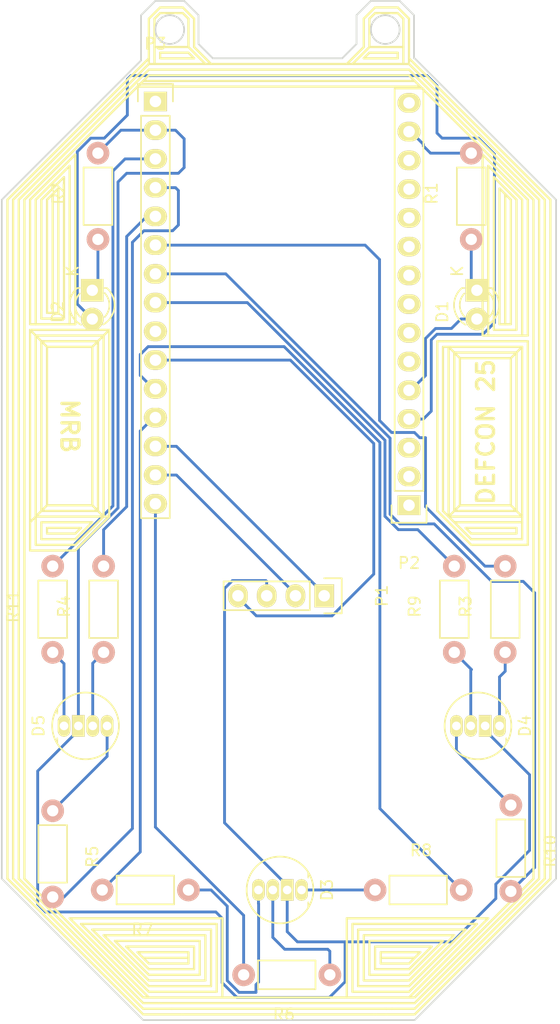
<source format=kicad_pcb>
(kicad_pcb (version 4) (host pcbnew 4.0.6)

  (general
    (links 32)
    (no_connects 1)
    (area 54.715 58.344999 104.57512 160.095001)
    (thickness 1.6)
    (drawings 299)
    (tracks 194)
    (zones 0)
    (modules 19)
    (nets 41)
  )

  (page A4)
  (layers
    (0 F.Cu signal)
    (31 B.Cu signal)
    (32 B.Adhes user)
    (33 F.Adhes user)
    (34 B.Paste user)
    (35 F.Paste user)
    (36 B.SilkS user)
    (37 F.SilkS user)
    (38 B.Mask user)
    (39 F.Mask user)
    (40 Dwgs.User user)
    (41 Cmts.User user)
    (42 Eco1.User user)
    (43 Eco2.User user)
    (44 Edge.Cuts user)
    (45 Margin user)
    (46 B.CrtYd user)
    (47 F.CrtYd user)
    (48 B.Fab user)
    (49 F.Fab user)
  )

  (setup
    (last_trace_width 0.25)
    (trace_clearance 0.2)
    (zone_clearance 0.508)
    (zone_45_only no)
    (trace_min 0.2)
    (segment_width 0.2)
    (edge_width 0.15)
    (via_size 0.8)
    (via_drill 0.4)
    (via_min_size 0.4)
    (via_min_drill 0.3)
    (uvia_size 0.3)
    (uvia_drill 0.1)
    (uvias_allowed no)
    (uvia_min_size 0.2)
    (uvia_min_drill 0.1)
    (pcb_text_width 0.3)
    (pcb_text_size 1.5 1.5)
    (mod_edge_width 0.15)
    (mod_text_size 1 1)
    (mod_text_width 0.15)
    (pad_size 1.524 1.524)
    (pad_drill 0.762)
    (pad_to_mask_clearance 0.2)
    (aux_axis_origin 0 0)
    (visible_elements FFFFFF7F)
    (pcbplotparams
      (layerselection 0x00030_ffffffff)
      (usegerberextensions false)
      (excludeedgelayer true)
      (linewidth 0.100000)
      (plotframeref false)
      (viasonmask false)
      (mode 1)
      (useauxorigin false)
      (hpglpennumber 1)
      (hpglpenspeed 20)
      (hpglpendiameter 15)
      (hpglpenoverlay 2)
      (psnegative false)
      (psa4output false)
      (plotreference true)
      (plotvalue true)
      (plotinvisibletext false)
      (padsonsilk false)
      (subtractmaskfromsilk false)
      (outputformat 1)
      (mirror false)
      (drillshape 1)
      (scaleselection 1)
      (outputdirectory ""))
  )

  (net 0 "")
  (net 1 sd2)
  (net 2 "Net-(D1-Pad1)")
  (net 3 "Net-(D2-Pad1)")
  (net 4 sd3)
  (net 5 "Net-(D3-Pad4)")
  (net 6 "Net-(D3-Pad3)")
  (net 7 "Net-(D3-Pad1)")
  (net 8 "Net-(D4-Pad1)")
  (net 9 "Net-(D4-Pad3)")
  (net 10 "Net-(D4-Pad4)")
  (net 11 "Net-(D5-Pad1)")
  (net 12 "Net-(D5-Pad3)")
  (net 13 "Net-(D5-Pad4)")
  (net 14 d2)
  (net 15 d1)
  (net 16 3_3v)
  (net 17 "Net-(P2-Pad15)")
  (net 18 "Net-(P2-Pad13)")
  (net 19 "Net-(P2-Pad12)")
  (net 20 "Net-(P2-Pad11)")
  (net 21 "Net-(P2-Pad9)")
  (net 22 "Net-(P2-Pad8)")
  (net 23 "Net-(P2-Pad7)")
  (net 24 "Net-(P2-Pad6)")
  (net 25 rsv)
  (net 26 "Net-(P2-Pad1)")
  (net 27 tx)
  (net 28 rx)
  (net 29 d8)
  (net 30 d7)
  (net 31 d6)
  (net 32 d5)
  (net 33 d4)
  (net 34 d3)
  (net 35 d0)
  (net 36 GND_2)
  (net 37 GND_14)
  (net 38 GND_10)
  (net 39 GND_9)
  (net 40 "Net-(P3-Pad1)")

  (net_class Default "This is the default net class."
    (clearance 0.2)
    (trace_width 0.25)
    (via_dia 0.8)
    (via_drill 0.4)
    (uvia_dia 0.3)
    (uvia_drill 0.1)
    (add_net 3_3v)
    (add_net GND_10)
    (add_net GND_14)
    (add_net GND_2)
    (add_net GND_9)
    (add_net "Net-(D1-Pad1)")
    (add_net "Net-(D2-Pad1)")
    (add_net "Net-(D3-Pad1)")
    (add_net "Net-(D3-Pad3)")
    (add_net "Net-(D3-Pad4)")
    (add_net "Net-(D4-Pad1)")
    (add_net "Net-(D4-Pad3)")
    (add_net "Net-(D4-Pad4)")
    (add_net "Net-(D5-Pad1)")
    (add_net "Net-(D5-Pad3)")
    (add_net "Net-(D5-Pad4)")
    (add_net "Net-(P2-Pad1)")
    (add_net "Net-(P2-Pad11)")
    (add_net "Net-(P2-Pad12)")
    (add_net "Net-(P2-Pad13)")
    (add_net "Net-(P2-Pad15)")
    (add_net "Net-(P2-Pad6)")
    (add_net "Net-(P2-Pad7)")
    (add_net "Net-(P2-Pad8)")
    (add_net "Net-(P2-Pad9)")
    (add_net "Net-(P3-Pad1)")
    (add_net d0)
    (add_net d1)
    (add_net d2)
    (add_net d3)
    (add_net d4)
    (add_net d5)
    (add_net d6)
    (add_net d7)
    (add_net d8)
    (add_net rsv)
    (add_net rx)
    (add_net sd2)
    (add_net sd3)
    (add_net tx)
  )

  (module LEDs:LED-RGB-5MM_Common_Cathode (layer F.Cu) (tedit 55A0859C) (tstamp 59484291)
    (at 60.5 122.5 90)
    (descr "5mm common cathode RGB LED")
    (tags "RGB LED 5mm Common Cathode")
    (path /594368DF)
    (fp_text reference D5 (at 0 -2.25 90) (layer F.SilkS)
      (effects (font (size 1 1) (thickness 0.15)))
    )
    (fp_text value LED_RCBG (at 0 6.25 90) (layer F.Fab)
      (effects (font (size 1 1) (thickness 0.15)))
    )
    (fp_circle (center 0 1.905) (end 3.2 1.905) (layer F.CrtYd) (width 0.05))
    (fp_line (start -1.1 -0.595) (end -1.55 -0.595) (layer F.SilkS) (width 0.15))
    (fp_circle (center 0 1.905) (end 2.95 1.905) (layer F.SilkS) (width 0.15))
    (fp_line (start 1.1 -0.595) (end 1.55 -0.595) (layer F.SilkS) (width 0.15))
    (pad 1 thru_hole oval (at 0 0 90) (size 1.905 1.1176) (drill 0.762) (layers *.Cu *.Mask F.SilkS)
      (net 11 "Net-(D5-Pad1)"))
    (pad 2 thru_hole rect (at 0 1.27 90) (size 1.905 1.1176) (drill 0.762) (layers *.Cu *.Mask F.SilkS)
      (net 36 GND_2))
    (pad 3 thru_hole oval (at 0 2.54 90) (size 1.905 1.1176) (drill 0.762) (layers *.Cu *.Mask F.SilkS)
      (net 12 "Net-(D5-Pad3)"))
    (pad 4 thru_hole oval (at 0 3.81 90) (size 1.905 1.1176) (drill 0.762) (layers *.Cu *.Mask F.SilkS)
      (net 13 "Net-(D5-Pad4)"))
  )

  (module LEDs:LED-3MM (layer F.Cu) (tedit 559B82F6) (tstamp 5948425C)
    (at 97 84 270)
    (descr "LED 3mm round vertical")
    (tags "LED  3mm round vertical")
    (path /59432931)
    (fp_text reference D1 (at 1.91 3.06 270) (layer F.SilkS)
      (effects (font (size 1 1) (thickness 0.15)))
    )
    (fp_text value LED (at 1.3 -2.9 270) (layer F.Fab)
      (effects (font (size 1 1) (thickness 0.15)))
    )
    (fp_text user K (at -1.69 1.74 270) (layer F.SilkS)
      (effects (font (size 1 1) (thickness 0.15)))
    )
    (fp_arc (start 1.301 0.034) (end 2.335 1.094) (angle 87.5) (layer F.SilkS) (width 0.15))
    (fp_arc (start 1.311 0.034) (end 3.051 0.994) (angle 110) (layer F.SilkS) (width 0.15))
    (fp_arc (start 1.301 0.034) (end 0.25 -1.1) (angle 85.7) (layer F.SilkS) (width 0.15))
    (fp_arc (start 1.301 0.034) (end -0.199 -1.286) (angle 108.5) (layer F.SilkS) (width 0.15))
    (fp_line (start -0.199 -1.28) (end -0.199 -1.1) (layer F.SilkS) (width 0.15))
    (fp_line (start -0.199 1.314) (end -0.199 1.114) (layer F.SilkS) (width 0.15))
    (fp_line (start -1.2 -2.2) (end -1.2 2.3) (layer F.CrtYd) (width 0.05))
    (fp_line (start 3.8 -2.2) (end -1.2 -2.2) (layer F.CrtYd) (width 0.05))
    (fp_line (start 3.8 2.3) (end 3.8 -2.2) (layer F.CrtYd) (width 0.05))
    (fp_line (start -1.2 2.3) (end 3.8 2.3) (layer F.CrtYd) (width 0.05))
    (pad 2 thru_hole circle (at 2.54 0 270) (size 2 2) (drill 1.00076) (layers *.Cu *.Mask F.SilkS)
      (net 1 sd2))
    (pad 1 thru_hole rect (at 0 0) (size 2 2) (drill 1.00076) (layers *.Cu *.Mask F.SilkS)
      (net 2 "Net-(D1-Pad1)"))
    (model LEDs.3dshapes/LED-3MM.wrl
      (at (xyz 0.05 0 0))
      (scale (xyz 1 1 1))
      (rotate (xyz 0 0 90))
    )
  )

  (module LEDs:LED-3MM (layer F.Cu) (tedit 559B82F6) (tstamp 5948426D)
    (at 63 84 270)
    (descr "LED 3mm round vertical")
    (tags "LED  3mm round vertical")
    (path /59432959)
    (fp_text reference D2 (at 1.91 3.06 270) (layer F.SilkS)
      (effects (font (size 1 1) (thickness 0.15)))
    )
    (fp_text value LED (at 1.3 -2.9 270) (layer F.Fab)
      (effects (font (size 1 1) (thickness 0.15)))
    )
    (fp_line (start -1.2 2.3) (end 3.8 2.3) (layer F.CrtYd) (width 0.05))
    (fp_line (start 3.8 2.3) (end 3.8 -2.2) (layer F.CrtYd) (width 0.05))
    (fp_line (start 3.8 -2.2) (end -1.2 -2.2) (layer F.CrtYd) (width 0.05))
    (fp_line (start -1.2 -2.2) (end -1.2 2.3) (layer F.CrtYd) (width 0.05))
    (fp_line (start -0.199 1.314) (end -0.199 1.114) (layer F.SilkS) (width 0.15))
    (fp_line (start -0.199 -1.28) (end -0.199 -1.1) (layer F.SilkS) (width 0.15))
    (fp_arc (start 1.301 0.034) (end -0.199 -1.286) (angle 108.5) (layer F.SilkS) (width 0.15))
    (fp_arc (start 1.301 0.034) (end 0.25 -1.1) (angle 85.7) (layer F.SilkS) (width 0.15))
    (fp_arc (start 1.311 0.034) (end 3.051 0.994) (angle 110) (layer F.SilkS) (width 0.15))
    (fp_arc (start 1.301 0.034) (end 2.335 1.094) (angle 87.5) (layer F.SilkS) (width 0.15))
    (fp_text user K (at -1.69 1.74 270) (layer F.SilkS)
      (effects (font (size 1 1) (thickness 0.15)))
    )
    (pad 1 thru_hole rect (at 0 0) (size 2 2) (drill 1.00076) (layers *.Cu *.Mask F.SilkS)
      (net 3 "Net-(D2-Pad1)"))
    (pad 2 thru_hole circle (at 2.54 0 270) (size 2 2) (drill 1.00076) (layers *.Cu *.Mask F.SilkS)
      (net 4 sd3))
    (model LEDs.3dshapes/LED-3MM.wrl
      (at (xyz 0.05 0 0))
      (scale (xyz 1 1 1))
      (rotate (xyz 0 0 90))
    )
  )

  (module LEDs:LED-RGB-5MM_Common_Cathode (layer F.Cu) (tedit 55A0859C) (tstamp 59484279)
    (at 81.5 137 270)
    (descr "5mm common cathode RGB LED")
    (tags "RGB LED 5mm Common Cathode")
    (path /59433D94)
    (fp_text reference D3 (at 0 -2.25 270) (layer F.SilkS)
      (effects (font (size 1 1) (thickness 0.15)))
    )
    (fp_text value LED_RCBG (at 0 6.25 270) (layer F.Fab)
      (effects (font (size 1 1) (thickness 0.15)))
    )
    (fp_line (start 1.1 -0.595) (end 1.55 -0.595) (layer F.SilkS) (width 0.15))
    (fp_circle (center 0 1.905) (end 2.95 1.905) (layer F.SilkS) (width 0.15))
    (fp_line (start -1.1 -0.595) (end -1.55 -0.595) (layer F.SilkS) (width 0.15))
    (fp_circle (center 0 1.905) (end 3.2 1.905) (layer F.CrtYd) (width 0.05))
    (pad 4 thru_hole oval (at 0 3.81 270) (size 1.905 1.1176) (drill 0.762) (layers *.Cu *.Mask F.SilkS)
      (net 5 "Net-(D3-Pad4)"))
    (pad 3 thru_hole oval (at 0 2.54 270) (size 1.905 1.1176) (drill 0.762) (layers *.Cu *.Mask F.SilkS)
      (net 6 "Net-(D3-Pad3)"))
    (pad 2 thru_hole rect (at 0 1.27 270) (size 1.905 1.1176) (drill 0.762) (layers *.Cu *.Mask F.SilkS)
      (net 36 GND_2))
    (pad 1 thru_hole oval (at 0 0 270) (size 1.905 1.1176) (drill 0.762) (layers *.Cu *.Mask F.SilkS)
      (net 7 "Net-(D3-Pad1)"))
  )

  (module LEDs:LED-RGB-5MM_Common_Cathode (layer F.Cu) (tedit 55A0859C) (tstamp 59484285)
    (at 99 122.5 270)
    (descr "5mm common cathode RGB LED")
    (tags "RGB LED 5mm Common Cathode")
    (path /59433F45)
    (fp_text reference D4 (at 0 -2.25 270) (layer F.SilkS)
      (effects (font (size 1 1) (thickness 0.15)))
    )
    (fp_text value LED_RCBG (at 0 6.25 270) (layer F.Fab)
      (effects (font (size 1 1) (thickness 0.15)))
    )
    (fp_circle (center 0 1.905) (end 3.2 1.905) (layer F.CrtYd) (width 0.05))
    (fp_line (start -1.1 -0.595) (end -1.55 -0.595) (layer F.SilkS) (width 0.15))
    (fp_circle (center 0 1.905) (end 2.95 1.905) (layer F.SilkS) (width 0.15))
    (fp_line (start 1.1 -0.595) (end 1.55 -0.595) (layer F.SilkS) (width 0.15))
    (pad 1 thru_hole oval (at 0 0 270) (size 1.905 1.1176) (drill 0.762) (layers *.Cu *.Mask F.SilkS)
      (net 8 "Net-(D4-Pad1)"))
    (pad 2 thru_hole rect (at 0 1.27 270) (size 1.905 1.1176) (drill 0.762) (layers *.Cu *.Mask F.SilkS)
      (net 36 GND_2))
    (pad 3 thru_hole oval (at 0 2.54 270) (size 1.905 1.1176) (drill 0.762) (layers *.Cu *.Mask F.SilkS)
      (net 9 "Net-(D4-Pad3)"))
    (pad 4 thru_hole oval (at 0 3.81 270) (size 1.905 1.1176) (drill 0.762) (layers *.Cu *.Mask F.SilkS)
      (net 10 "Net-(D4-Pad4)"))
  )

  (module Pin_Headers:Pin_Header_Straight_1x04 (layer F.Cu) (tedit 594347D8) (tstamp 594842A4)
    (at 83.5 111 270)
    (descr "Through hole pin header")
    (tags "pin header")
    (path /5943287B)
    (fp_text reference P1 (at 0 -5.1 270) (layer F.SilkS)
      (effects (font (size 1 1) (thickness 0.15)))
    )
    (fp_text value CONN_01X4 (at 0 -3.1 270) (layer F.Fab)
      (effects (font (size 1 1) (thickness 0.15)))
    )
    (fp_line (start -1.75 -1.75) (end -1.75 9.4) (layer F.CrtYd) (width 0.05))
    (fp_line (start 1.75 -1.75) (end 1.75 9.4) (layer F.CrtYd) (width 0.05))
    (fp_line (start -1.75 -1.75) (end 1.75 -1.75) (layer F.CrtYd) (width 0.05))
    (fp_line (start -1.75 9.4) (end 1.75 9.4) (layer F.CrtYd) (width 0.05))
    (fp_line (start -1.27 1.27) (end -1.27 8.89) (layer F.SilkS) (width 0.15))
    (fp_line (start 1.27 1.27) (end 1.27 8.89) (layer F.SilkS) (width 0.15))
    (fp_line (start 1.55 -1.55) (end 1.55 0) (layer F.SilkS) (width 0.15))
    (fp_line (start -1.27 8.89) (end 1.27 8.89) (layer F.SilkS) (width 0.15))
    (fp_line (start 1.27 1.27) (end -1.27 1.27) (layer F.SilkS) (width 0.15))
    (fp_line (start -1.55 0) (end -1.55 -1.55) (layer F.SilkS) (width 0.15))
    (fp_line (start -1.55 -1.55) (end 1.55 -1.55) (layer F.SilkS) (width 0.15))
    (pad 1 thru_hole rect (at 0 0 270) (size 2.032 1.7272) (drill 1.016) (layers *.Cu *.Mask F.SilkS)
      (net 14 d2))
    (pad 2 thru_hole oval (at 0 2.54 270) (size 2.032 1.7272) (drill 1.016) (layers *.Cu *.Mask F.SilkS)
      (net 15 d1))
    (pad 3 thru_hole oval (at 0 5.08 270) (size 2.032 1.7272) (drill 1.016) (layers *.Cu *.Mask F.SilkS)
      (net 36 GND_2))
    (pad 4 thru_hole oval (at 0 7.62 270) (size 2.032 1.7272) (drill 1.016) (layers *.Cu *.Mask F.SilkS)
      (net 16 3_3v))
    (model Pin_Headers.3dshapes/Pin_Header_Straight_1x04.wrl
      (at (xyz 0 -0.15 0))
      (scale (xyz 1 1 1))
      (rotate (xyz 0 0 90))
    )
  )

  (module Pin_Headers:Pin_Header_Straight_1x15 (layer F.Cu) (tedit 0) (tstamp 594842C2)
    (at 91 103 180)
    (descr "Through hole pin header")
    (tags "pin header")
    (path /594327D5)
    (fp_text reference P2 (at 0 -5.1 180) (layer F.SilkS)
      (effects (font (size 1 1) (thickness 0.15)))
    )
    (fp_text value CONN_01X15 (at 0 -3.1 180) (layer F.Fab)
      (effects (font (size 1 1) (thickness 0.15)))
    )
    (fp_line (start -1.55 -1.55) (end 1.55 -1.55) (layer F.SilkS) (width 0.15))
    (fp_line (start -1.55 0) (end -1.55 -1.55) (layer F.SilkS) (width 0.15))
    (fp_line (start 1.27 1.27) (end -1.27 1.27) (layer F.SilkS) (width 0.15))
    (fp_line (start 1.55 -1.55) (end 1.55 0) (layer F.SilkS) (width 0.15))
    (fp_line (start 1.27 36.83) (end 1.27 1.27) (layer F.SilkS) (width 0.15))
    (fp_line (start -1.27 36.83) (end 1.27 36.83) (layer F.SilkS) (width 0.15))
    (fp_line (start -1.27 1.27) (end -1.27 36.83) (layer F.SilkS) (width 0.15))
    (fp_line (start -1.75 37.35) (end 1.75 37.35) (layer F.CrtYd) (width 0.05))
    (fp_line (start -1.75 -1.75) (end 1.75 -1.75) (layer F.CrtYd) (width 0.05))
    (fp_line (start 1.75 -1.75) (end 1.75 37.35) (layer F.CrtYd) (width 0.05))
    (fp_line (start -1.75 -1.75) (end -1.75 37.35) (layer F.CrtYd) (width 0.05))
    (pad 15 thru_hole oval (at 0 35.56 180) (size 2.032 1.7272) (drill 1.016) (layers *.Cu *.Mask F.SilkS)
      (net 17 "Net-(P2-Pad15)"))
    (pad 14 thru_hole oval (at 0 33.02 180) (size 2.032 1.7272) (drill 1.016) (layers *.Cu *.Mask F.SilkS)
      (net 37 GND_14))
    (pad 13 thru_hole oval (at 0 30.48 180) (size 2.032 1.7272) (drill 1.016) (layers *.Cu *.Mask F.SilkS)
      (net 18 "Net-(P2-Pad13)"))
    (pad 12 thru_hole oval (at 0 27.94 180) (size 2.032 1.7272) (drill 1.016) (layers *.Cu *.Mask F.SilkS)
      (net 19 "Net-(P2-Pad12)"))
    (pad 11 thru_hole oval (at 0 25.4 180) (size 2.032 1.7272) (drill 1.016) (layers *.Cu *.Mask F.SilkS)
      (net 20 "Net-(P2-Pad11)"))
    (pad 10 thru_hole oval (at 0 22.86 180) (size 2.032 1.7272) (drill 1.016) (layers *.Cu *.Mask F.SilkS)
      (net 38 GND_10))
    (pad 9 thru_hole oval (at 0 20.32 180) (size 2.032 1.7272) (drill 1.016) (layers *.Cu *.Mask F.SilkS)
      (net 21 "Net-(P2-Pad9)"))
    (pad 8 thru_hole oval (at 0 17.78 180) (size 2.032 1.7272) (drill 1.016) (layers *.Cu *.Mask F.SilkS)
      (net 22 "Net-(P2-Pad8)"))
    (pad 7 thru_hole oval (at 0 15.24 180) (size 2.032 1.7272) (drill 1.016) (layers *.Cu *.Mask F.SilkS)
      (net 23 "Net-(P2-Pad7)"))
    (pad 6 thru_hole oval (at 0 12.7 180) (size 2.032 1.7272) (drill 1.016) (layers *.Cu *.Mask F.SilkS)
      (net 24 "Net-(P2-Pad6)"))
    (pad 5 thru_hole oval (at 0 10.16 180) (size 2.032 1.7272) (drill 1.016) (layers *.Cu *.Mask F.SilkS)
      (net 1 sd2))
    (pad 4 thru_hole oval (at 0 7.62 180) (size 2.032 1.7272) (drill 1.016) (layers *.Cu *.Mask F.SilkS)
      (net 4 sd3))
    (pad 3 thru_hole oval (at 0 5.08 180) (size 2.032 1.7272) (drill 1.016) (layers *.Cu *.Mask F.SilkS)
      (net 25 rsv))
    (pad 2 thru_hole oval (at 0 2.54 180) (size 2.032 1.7272) (drill 1.016) (layers *.Cu *.Mask F.SilkS)
      (net 25 rsv))
    (pad 1 thru_hole rect (at 0 0 180) (size 2.032 1.7272) (drill 1.016) (layers *.Cu *.Mask F.SilkS)
      (net 26 "Net-(P2-Pad1)"))
    (model Pin_Headers.3dshapes/Pin_Header_Straight_1x15.wrl
      (at (xyz 0 -0.7 0))
      (scale (xyz 1 1 1))
      (rotate (xyz 0 0 90))
    )
  )

  (module Pin_Headers:Pin_Header_Straight_1x15 (layer F.Cu) (tedit 0) (tstamp 594842E0)
    (at 68.58 67.31)
    (descr "Through hole pin header")
    (tags "pin header")
    (path /594327A6)
    (fp_text reference P3 (at 0 -5.1) (layer F.SilkS)
      (effects (font (size 1 1) (thickness 0.15)))
    )
    (fp_text value CONN_01X15 (at 0 -3.1) (layer F.Fab)
      (effects (font (size 1 1) (thickness 0.15)))
    )
    (fp_line (start -1.75 -1.75) (end -1.75 37.35) (layer F.CrtYd) (width 0.05))
    (fp_line (start 1.75 -1.75) (end 1.75 37.35) (layer F.CrtYd) (width 0.05))
    (fp_line (start -1.75 -1.75) (end 1.75 -1.75) (layer F.CrtYd) (width 0.05))
    (fp_line (start -1.75 37.35) (end 1.75 37.35) (layer F.CrtYd) (width 0.05))
    (fp_line (start -1.27 1.27) (end -1.27 36.83) (layer F.SilkS) (width 0.15))
    (fp_line (start -1.27 36.83) (end 1.27 36.83) (layer F.SilkS) (width 0.15))
    (fp_line (start 1.27 36.83) (end 1.27 1.27) (layer F.SilkS) (width 0.15))
    (fp_line (start 1.55 -1.55) (end 1.55 0) (layer F.SilkS) (width 0.15))
    (fp_line (start 1.27 1.27) (end -1.27 1.27) (layer F.SilkS) (width 0.15))
    (fp_line (start -1.55 0) (end -1.55 -1.55) (layer F.SilkS) (width 0.15))
    (fp_line (start -1.55 -1.55) (end 1.55 -1.55) (layer F.SilkS) (width 0.15))
    (pad 1 thru_hole rect (at 0 0) (size 2.032 1.7272) (drill 1.016) (layers *.Cu *.Mask F.SilkS)
      (net 40 "Net-(P3-Pad1)"))
    (pad 2 thru_hole oval (at 0 2.54) (size 2.032 1.7272) (drill 1.016) (layers *.Cu *.Mask F.SilkS)
      (net 36 GND_2))
    (pad 3 thru_hole oval (at 0 5.08) (size 2.032 1.7272) (drill 1.016) (layers *.Cu *.Mask F.SilkS)
      (net 27 tx))
    (pad 4 thru_hole oval (at 0 7.62) (size 2.032 1.7272) (drill 1.016) (layers *.Cu *.Mask F.SilkS)
      (net 28 rx))
    (pad 5 thru_hole oval (at 0 10.16) (size 2.032 1.7272) (drill 1.016) (layers *.Cu *.Mask F.SilkS)
      (net 29 d8))
    (pad 6 thru_hole oval (at 0 12.7) (size 2.032 1.7272) (drill 1.016) (layers *.Cu *.Mask F.SilkS)
      (net 30 d7))
    (pad 7 thru_hole oval (at 0 15.24) (size 2.032 1.7272) (drill 1.016) (layers *.Cu *.Mask F.SilkS)
      (net 31 d6))
    (pad 8 thru_hole oval (at 0 17.78) (size 2.032 1.7272) (drill 1.016) (layers *.Cu *.Mask F.SilkS)
      (net 32 d5))
    (pad 9 thru_hole oval (at 0 20.32) (size 2.032 1.7272) (drill 1.016) (layers *.Cu *.Mask F.SilkS)
      (net 39 GND_9))
    (pad 10 thru_hole oval (at 0 22.86) (size 2.032 1.7272) (drill 1.016) (layers *.Cu *.Mask F.SilkS)
      (net 16 3_3v))
    (pad 11 thru_hole oval (at 0 25.4) (size 2.032 1.7272) (drill 1.016) (layers *.Cu *.Mask F.SilkS)
      (net 33 d4))
    (pad 12 thru_hole oval (at 0 27.94) (size 2.032 1.7272) (drill 1.016) (layers *.Cu *.Mask F.SilkS)
      (net 34 d3))
    (pad 13 thru_hole oval (at 0 30.48) (size 2.032 1.7272) (drill 1.016) (layers *.Cu *.Mask F.SilkS)
      (net 14 d2))
    (pad 14 thru_hole oval (at 0 33.02) (size 2.032 1.7272) (drill 1.016) (layers *.Cu *.Mask F.SilkS)
      (net 15 d1))
    (pad 15 thru_hole oval (at 0 35.56) (size 2.032 1.7272) (drill 1.016) (layers *.Cu *.Mask F.SilkS)
      (net 35 d0))
    (model Pin_Headers.3dshapes/Pin_Header_Straight_1x15.wrl
      (at (xyz 0 -0.7 0))
      (scale (xyz 1 1 1))
      (rotate (xyz 0 0 90))
    )
  )

  (module Resistors_ThroughHole:Resistor_Horizontal_RM7mm (layer F.Cu) (tedit 569FCF07) (tstamp 594842EE)
    (at 96.5 79.5 90)
    (descr "Resistor, Axial,  RM 7.62mm, 1/3W,")
    (tags "Resistor Axial RM 7.62mm 1/3W R3")
    (path /59433B08)
    (fp_text reference R1 (at 4.05892 -3.50012 90) (layer F.SilkS)
      (effects (font (size 1 1) (thickness 0.15)))
    )
    (fp_text value 10k (at 3.81 3.81 90) (layer F.Fab)
      (effects (font (size 1 1) (thickness 0.15)))
    )
    (fp_line (start -1.25 -1.5) (end 8.85 -1.5) (layer F.CrtYd) (width 0.05))
    (fp_line (start -1.25 1.5) (end -1.25 -1.5) (layer F.CrtYd) (width 0.05))
    (fp_line (start 8.85 -1.5) (end 8.85 1.5) (layer F.CrtYd) (width 0.05))
    (fp_line (start -1.25 1.5) (end 8.85 1.5) (layer F.CrtYd) (width 0.05))
    (fp_line (start 1.27 -1.27) (end 6.35 -1.27) (layer F.SilkS) (width 0.15))
    (fp_line (start 6.35 -1.27) (end 6.35 1.27) (layer F.SilkS) (width 0.15))
    (fp_line (start 6.35 1.27) (end 1.27 1.27) (layer F.SilkS) (width 0.15))
    (fp_line (start 1.27 1.27) (end 1.27 -1.27) (layer F.SilkS) (width 0.15))
    (pad 1 thru_hole circle (at 0 0 90) (size 1.99898 1.99898) (drill 1.00076) (layers *.Cu *.SilkS *.Mask)
      (net 2 "Net-(D1-Pad1)"))
    (pad 2 thru_hole circle (at 7.62 0 90) (size 1.99898 1.99898) (drill 1.00076) (layers *.Cu *.SilkS *.Mask)
      (net 37 GND_14))
  )

  (module Resistors_ThroughHole:Resistor_Horizontal_RM7mm (layer F.Cu) (tedit 569FCF07) (tstamp 594842FC)
    (at 63.5 79.5 90)
    (descr "Resistor, Axial,  RM 7.62mm, 1/3W,")
    (tags "Resistor Axial RM 7.62mm 1/3W R3")
    (path /59433B87)
    (fp_text reference R2 (at 4.05892 -3.50012 90) (layer F.SilkS)
      (effects (font (size 1 1) (thickness 0.15)))
    )
    (fp_text value 10k (at 3.81 3.81 90) (layer F.Fab)
      (effects (font (size 1 1) (thickness 0.15)))
    )
    (fp_line (start 1.27 1.27) (end 1.27 -1.27) (layer F.SilkS) (width 0.15))
    (fp_line (start 6.35 1.27) (end 1.27 1.27) (layer F.SilkS) (width 0.15))
    (fp_line (start 6.35 -1.27) (end 6.35 1.27) (layer F.SilkS) (width 0.15))
    (fp_line (start 1.27 -1.27) (end 6.35 -1.27) (layer F.SilkS) (width 0.15))
    (fp_line (start -1.25 1.5) (end 8.85 1.5) (layer F.CrtYd) (width 0.05))
    (fp_line (start 8.85 -1.5) (end 8.85 1.5) (layer F.CrtYd) (width 0.05))
    (fp_line (start -1.25 1.5) (end -1.25 -1.5) (layer F.CrtYd) (width 0.05))
    (fp_line (start -1.25 -1.5) (end 8.85 -1.5) (layer F.CrtYd) (width 0.05))
    (pad 2 thru_hole circle (at 7.62 0 90) (size 1.99898 1.99898) (drill 1.00076) (layers *.Cu *.SilkS *.Mask)
      (net 36 GND_2))
    (pad 1 thru_hole circle (at 0 0 90) (size 1.99898 1.99898) (drill 1.00076) (layers *.Cu *.SilkS *.Mask)
      (net 3 "Net-(D2-Pad1)"))
  )

  (module Resistors_ThroughHole:Resistor_Horizontal_RM7mm (layer F.Cu) (tedit 569FCF07) (tstamp 5948430A)
    (at 99.5 116 90)
    (descr "Resistor, Axial,  RM 7.62mm, 1/3W,")
    (tags "Resistor Axial RM 7.62mm 1/3W R3")
    (path /59435DAF)
    (fp_text reference R3 (at 4.05892 -3.50012 90) (layer F.SilkS)
      (effects (font (size 1 1) (thickness 0.15)))
    )
    (fp_text value 10k (at 3.81 3.81 90) (layer F.Fab)
      (effects (font (size 1 1) (thickness 0.15)))
    )
    (fp_line (start -1.25 -1.5) (end 8.85 -1.5) (layer F.CrtYd) (width 0.05))
    (fp_line (start -1.25 1.5) (end -1.25 -1.5) (layer F.CrtYd) (width 0.05))
    (fp_line (start 8.85 -1.5) (end 8.85 1.5) (layer F.CrtYd) (width 0.05))
    (fp_line (start -1.25 1.5) (end 8.85 1.5) (layer F.CrtYd) (width 0.05))
    (fp_line (start 1.27 -1.27) (end 6.35 -1.27) (layer F.SilkS) (width 0.15))
    (fp_line (start 6.35 -1.27) (end 6.35 1.27) (layer F.SilkS) (width 0.15))
    (fp_line (start 6.35 1.27) (end 1.27 1.27) (layer F.SilkS) (width 0.15))
    (fp_line (start 1.27 1.27) (end 1.27 -1.27) (layer F.SilkS) (width 0.15))
    (pad 1 thru_hole circle (at 0 0 90) (size 1.99898 1.99898) (drill 1.00076) (layers *.Cu *.SilkS *.Mask)
      (net 8 "Net-(D4-Pad1)"))
    (pad 2 thru_hole circle (at 7.62 0 90) (size 1.99898 1.99898) (drill 1.00076) (layers *.Cu *.SilkS *.Mask)
      (net 30 d7))
  )

  (module Resistors_ThroughHole:Resistor_Horizontal_RM7mm (layer F.Cu) (tedit 569FCF07) (tstamp 59484318)
    (at 64 116 90)
    (descr "Resistor, Axial,  RM 7.62mm, 1/3W,")
    (tags "Resistor Axial RM 7.62mm 1/3W R3")
    (path /59436937)
    (fp_text reference R4 (at 4.05892 -3.50012 90) (layer F.SilkS)
      (effects (font (size 1 1) (thickness 0.15)))
    )
    (fp_text value 10k (at 3.81 3.81 90) (layer F.Fab)
      (effects (font (size 1 1) (thickness 0.15)))
    )
    (fp_line (start 1.27 1.27) (end 1.27 -1.27) (layer F.SilkS) (width 0.15))
    (fp_line (start 6.35 1.27) (end 1.27 1.27) (layer F.SilkS) (width 0.15))
    (fp_line (start 6.35 -1.27) (end 6.35 1.27) (layer F.SilkS) (width 0.15))
    (fp_line (start 1.27 -1.27) (end 6.35 -1.27) (layer F.SilkS) (width 0.15))
    (fp_line (start -1.25 1.5) (end 8.85 1.5) (layer F.CrtYd) (width 0.05))
    (fp_line (start 8.85 -1.5) (end 8.85 1.5) (layer F.CrtYd) (width 0.05))
    (fp_line (start -1.25 1.5) (end -1.25 -1.5) (layer F.CrtYd) (width 0.05))
    (fp_line (start -1.25 -1.5) (end 8.85 -1.5) (layer F.CrtYd) (width 0.05))
    (pad 2 thru_hole circle (at 7.62 0 90) (size 1.99898 1.99898) (drill 1.00076) (layers *.Cu *.SilkS *.Mask)
      (net 29 d8))
    (pad 1 thru_hole circle (at 0 0 90) (size 1.99898 1.99898) (drill 1.00076) (layers *.Cu *.SilkS *.Mask)
      (net 12 "Net-(D5-Pad3)"))
  )

  (module Resistors_ThroughHole:Resistor_Horizontal_RM7mm (layer F.Cu) (tedit 569FCF07) (tstamp 59484326)
    (at 59.5 130 270)
    (descr "Resistor, Axial,  RM 7.62mm, 1/3W,")
    (tags "Resistor Axial RM 7.62mm 1/3W R3")
    (path /59436983)
    (fp_text reference R5 (at 4.05892 -3.50012 270) (layer F.SilkS)
      (effects (font (size 1 1) (thickness 0.15)))
    )
    (fp_text value 10k (at 3.81 3.81 270) (layer F.Fab)
      (effects (font (size 1 1) (thickness 0.15)))
    )
    (fp_line (start -1.25 -1.5) (end 8.85 -1.5) (layer F.CrtYd) (width 0.05))
    (fp_line (start -1.25 1.5) (end -1.25 -1.5) (layer F.CrtYd) (width 0.05))
    (fp_line (start 8.85 -1.5) (end 8.85 1.5) (layer F.CrtYd) (width 0.05))
    (fp_line (start -1.25 1.5) (end 8.85 1.5) (layer F.CrtYd) (width 0.05))
    (fp_line (start 1.27 -1.27) (end 6.35 -1.27) (layer F.SilkS) (width 0.15))
    (fp_line (start 6.35 -1.27) (end 6.35 1.27) (layer F.SilkS) (width 0.15))
    (fp_line (start 6.35 1.27) (end 1.27 1.27) (layer F.SilkS) (width 0.15))
    (fp_line (start 1.27 1.27) (end 1.27 -1.27) (layer F.SilkS) (width 0.15))
    (pad 1 thru_hole circle (at 0 0 270) (size 1.99898 1.99898) (drill 1.00076) (layers *.Cu *.SilkS *.Mask)
      (net 13 "Net-(D5-Pad4)"))
    (pad 2 thru_hole circle (at 7.62 0 270) (size 1.99898 1.99898) (drill 1.00076) (layers *.Cu *.SilkS *.Mask)
      (net 28 rx))
  )

  (module Resistors_ThroughHole:Resistor_Horizontal_RM7mm (layer F.Cu) (tedit 569FCF07) (tstamp 59484334)
    (at 84 144.5 180)
    (descr "Resistor, Axial,  RM 7.62mm, 1/3W,")
    (tags "Resistor Axial RM 7.62mm 1/3W R3")
    (path /5943557A)
    (fp_text reference R6 (at 4.05892 -3.50012 180) (layer F.SilkS)
      (effects (font (size 1 1) (thickness 0.15)))
    )
    (fp_text value 10k (at 3.81 3.81 180) (layer F.Fab)
      (effects (font (size 1 1) (thickness 0.15)))
    )
    (fp_line (start -1.25 -1.5) (end 8.85 -1.5) (layer F.CrtYd) (width 0.05))
    (fp_line (start -1.25 1.5) (end -1.25 -1.5) (layer F.CrtYd) (width 0.05))
    (fp_line (start 8.85 -1.5) (end 8.85 1.5) (layer F.CrtYd) (width 0.05))
    (fp_line (start -1.25 1.5) (end 8.85 1.5) (layer F.CrtYd) (width 0.05))
    (fp_line (start 1.27 -1.27) (end 6.35 -1.27) (layer F.SilkS) (width 0.15))
    (fp_line (start 6.35 -1.27) (end 6.35 1.27) (layer F.SilkS) (width 0.15))
    (fp_line (start 6.35 1.27) (end 1.27 1.27) (layer F.SilkS) (width 0.15))
    (fp_line (start 1.27 1.27) (end 1.27 -1.27) (layer F.SilkS) (width 0.15))
    (pad 1 thru_hole circle (at 0 0 180) (size 1.99898 1.99898) (drill 1.00076) (layers *.Cu *.SilkS *.Mask)
      (net 6 "Net-(D3-Pad3)"))
    (pad 2 thru_hole circle (at 7.62 0 180) (size 1.99898 1.99898) (drill 1.00076) (layers *.Cu *.SilkS *.Mask)
      (net 35 d0))
  )

  (module Resistors_ThroughHole:Resistor_Horizontal_RM7mm (layer F.Cu) (tedit 569FCF07) (tstamp 59484342)
    (at 71.5 137 180)
    (descr "Resistor, Axial,  RM 7.62mm, 1/3W,")
    (tags "Resistor Axial RM 7.62mm 1/3W R3")
    (path /594355C5)
    (fp_text reference R7 (at 4.05892 -3.50012 180) (layer F.SilkS)
      (effects (font (size 1 1) (thickness 0.15)))
    )
    (fp_text value 10k (at 3.81 3.81 180) (layer F.Fab)
      (effects (font (size 1 1) (thickness 0.15)))
    )
    (fp_line (start -1.25 -1.5) (end 8.85 -1.5) (layer F.CrtYd) (width 0.05))
    (fp_line (start -1.25 1.5) (end -1.25 -1.5) (layer F.CrtYd) (width 0.05))
    (fp_line (start 8.85 -1.5) (end 8.85 1.5) (layer F.CrtYd) (width 0.05))
    (fp_line (start -1.25 1.5) (end 8.85 1.5) (layer F.CrtYd) (width 0.05))
    (fp_line (start 1.27 -1.27) (end 6.35 -1.27) (layer F.SilkS) (width 0.15))
    (fp_line (start 6.35 -1.27) (end 6.35 1.27) (layer F.SilkS) (width 0.15))
    (fp_line (start 6.35 1.27) (end 1.27 1.27) (layer F.SilkS) (width 0.15))
    (fp_line (start 1.27 1.27) (end 1.27 -1.27) (layer F.SilkS) (width 0.15))
    (pad 1 thru_hole circle (at 0 0 180) (size 1.99898 1.99898) (drill 1.00076) (layers *.Cu *.SilkS *.Mask)
      (net 5 "Net-(D3-Pad4)"))
    (pad 2 thru_hole circle (at 7.62 0 180) (size 1.99898 1.99898) (drill 1.00076) (layers *.Cu *.SilkS *.Mask)
      (net 34 d3))
  )

  (module Resistors_ThroughHole:Resistor_Horizontal_RM7mm (layer F.Cu) (tedit 569FCF07) (tstamp 59484350)
    (at 88 137)
    (descr "Resistor, Axial,  RM 7.62mm, 1/3W,")
    (tags "Resistor Axial RM 7.62mm 1/3W R3")
    (path /594355EF)
    (fp_text reference R8 (at 4.05892 -3.50012) (layer F.SilkS)
      (effects (font (size 1 1) (thickness 0.15)))
    )
    (fp_text value 10k (at 3.81 3.81) (layer F.Fab)
      (effects (font (size 1 1) (thickness 0.15)))
    )
    (fp_line (start 1.27 1.27) (end 1.27 -1.27) (layer F.SilkS) (width 0.15))
    (fp_line (start 6.35 1.27) (end 1.27 1.27) (layer F.SilkS) (width 0.15))
    (fp_line (start 6.35 -1.27) (end 6.35 1.27) (layer F.SilkS) (width 0.15))
    (fp_line (start 1.27 -1.27) (end 6.35 -1.27) (layer F.SilkS) (width 0.15))
    (fp_line (start -1.25 1.5) (end 8.85 1.5) (layer F.CrtYd) (width 0.05))
    (fp_line (start 8.85 -1.5) (end 8.85 1.5) (layer F.CrtYd) (width 0.05))
    (fp_line (start -1.25 1.5) (end -1.25 -1.5) (layer F.CrtYd) (width 0.05))
    (fp_line (start -1.25 -1.5) (end 8.85 -1.5) (layer F.CrtYd) (width 0.05))
    (pad 2 thru_hole circle (at 7.62 0) (size 1.99898 1.99898) (drill 1.00076) (layers *.Cu *.SilkS *.Mask)
      (net 33 d4))
    (pad 1 thru_hole circle (at 0 0) (size 1.99898 1.99898) (drill 1.00076) (layers *.Cu *.SilkS *.Mask)
      (net 7 "Net-(D3-Pad1)"))
  )

  (module Resistors_ThroughHole:Resistor_Horizontal_RM7mm (layer F.Cu) (tedit 569FCF07) (tstamp 5948435E)
    (at 95 116 90)
    (descr "Resistor, Axial,  RM 7.62mm, 1/3W,")
    (tags "Resistor Axial RM 7.62mm 1/3W R3")
    (path /59435853)
    (fp_text reference R9 (at 4.05892 -3.50012 90) (layer F.SilkS)
      (effects (font (size 1 1) (thickness 0.15)))
    )
    (fp_text value 10k (at 3.81 3.81 90) (layer F.Fab)
      (effects (font (size 1 1) (thickness 0.15)))
    )
    (fp_line (start -1.25 -1.5) (end 8.85 -1.5) (layer F.CrtYd) (width 0.05))
    (fp_line (start -1.25 1.5) (end -1.25 -1.5) (layer F.CrtYd) (width 0.05))
    (fp_line (start 8.85 -1.5) (end 8.85 1.5) (layer F.CrtYd) (width 0.05))
    (fp_line (start -1.25 1.5) (end 8.85 1.5) (layer F.CrtYd) (width 0.05))
    (fp_line (start 1.27 -1.27) (end 6.35 -1.27) (layer F.SilkS) (width 0.15))
    (fp_line (start 6.35 -1.27) (end 6.35 1.27) (layer F.SilkS) (width 0.15))
    (fp_line (start 6.35 1.27) (end 1.27 1.27) (layer F.SilkS) (width 0.15))
    (fp_line (start 1.27 1.27) (end 1.27 -1.27) (layer F.SilkS) (width 0.15))
    (pad 1 thru_hole circle (at 0 0 90) (size 1.99898 1.99898) (drill 1.00076) (layers *.Cu *.SilkS *.Mask)
      (net 9 "Net-(D4-Pad3)"))
    (pad 2 thru_hole circle (at 7.62 0 90) (size 1.99898 1.99898) (drill 1.00076) (layers *.Cu *.SilkS *.Mask)
      (net 32 d5))
  )

  (module Resistors_ThroughHole:Resistor_Horizontal_RM7mm (layer F.Cu) (tedit 569FCF07) (tstamp 5948436C)
    (at 100 129.5 270)
    (descr "Resistor, Axial,  RM 7.62mm, 1/3W,")
    (tags "Resistor Axial RM 7.62mm 1/3W R3")
    (path /5943588D)
    (fp_text reference R10 (at 4.05892 -3.50012 270) (layer F.SilkS)
      (effects (font (size 1 1) (thickness 0.15)))
    )
    (fp_text value 10k (at 3.81 3.81 270) (layer F.Fab)
      (effects (font (size 1 1) (thickness 0.15)))
    )
    (fp_line (start 1.27 1.27) (end 1.27 -1.27) (layer F.SilkS) (width 0.15))
    (fp_line (start 6.35 1.27) (end 1.27 1.27) (layer F.SilkS) (width 0.15))
    (fp_line (start 6.35 -1.27) (end 6.35 1.27) (layer F.SilkS) (width 0.15))
    (fp_line (start 1.27 -1.27) (end 6.35 -1.27) (layer F.SilkS) (width 0.15))
    (fp_line (start -1.25 1.5) (end 8.85 1.5) (layer F.CrtYd) (width 0.05))
    (fp_line (start 8.85 -1.5) (end 8.85 1.5) (layer F.CrtYd) (width 0.05))
    (fp_line (start -1.25 1.5) (end -1.25 -1.5) (layer F.CrtYd) (width 0.05))
    (fp_line (start -1.25 -1.5) (end 8.85 -1.5) (layer F.CrtYd) (width 0.05))
    (pad 2 thru_hole circle (at 7.62 0 270) (size 1.99898 1.99898) (drill 1.00076) (layers *.Cu *.SilkS *.Mask)
      (net 31 d6))
    (pad 1 thru_hole circle (at 0 0 270) (size 1.99898 1.99898) (drill 1.00076) (layers *.Cu *.SilkS *.Mask)
      (net 10 "Net-(D4-Pad4)"))
  )

  (module Resistors_ThroughHole:Resistor_Horizontal_RM7mm (layer F.Cu) (tedit 569FCF07) (tstamp 5948437A)
    (at 59.5 116 90)
    (descr "Resistor, Axial,  RM 7.62mm, 1/3W,")
    (tags "Resistor Axial RM 7.62mm 1/3W R3")
    (path /594369BF)
    (fp_text reference R11 (at 4.05892 -3.50012 90) (layer F.SilkS)
      (effects (font (size 1 1) (thickness 0.15)))
    )
    (fp_text value 10k (at 3.81 3.81 90) (layer F.Fab)
      (effects (font (size 1 1) (thickness 0.15)))
    )
    (fp_line (start 1.27 1.27) (end 1.27 -1.27) (layer F.SilkS) (width 0.15))
    (fp_line (start 6.35 1.27) (end 1.27 1.27) (layer F.SilkS) (width 0.15))
    (fp_line (start 6.35 -1.27) (end 6.35 1.27) (layer F.SilkS) (width 0.15))
    (fp_line (start 1.27 -1.27) (end 6.35 -1.27) (layer F.SilkS) (width 0.15))
    (fp_line (start -1.25 1.5) (end 8.85 1.5) (layer F.CrtYd) (width 0.05))
    (fp_line (start 8.85 -1.5) (end 8.85 1.5) (layer F.CrtYd) (width 0.05))
    (fp_line (start -1.25 1.5) (end -1.25 -1.5) (layer F.CrtYd) (width 0.05))
    (fp_line (start -1.25 -1.5) (end 8.85 -1.5) (layer F.CrtYd) (width 0.05))
    (pad 2 thru_hole circle (at 7.62 0 90) (size 1.99898 1.99898) (drill 1.00076) (layers *.Cu *.SilkS *.Mask)
      (net 27 tx))
    (pad 1 thru_hole circle (at 0 0 90) (size 1.99898 1.99898) (drill 1.00076) (layers *.Cu *.SilkS *.Mask)
      (net 11 "Net-(D5-Pad1)"))
  )

  (gr_line (start 92 66) (end 67 66) (angle 90) (layer F.SilkS) (width 0.2))
  (gr_line (start 68 143) (end 67.5 143) (angle 90) (layer F.SilkS) (width 0.2))
  (gr_line (start 71.5 143) (end 68 143) (angle 90) (layer F.SilkS) (width 0.2))
  (gr_line (start 88.5 143) (end 91.5 143) (angle 90) (layer F.SilkS) (width 0.2))
  (gr_line (start 59.5 86) (end 59.5 75.5) (angle 90) (layer F.SilkS) (width 0.2))
  (gr_line (start 99.5 87) (end 99.5 75.5) (angle 90) (layer F.SilkS) (width 0.2))
  (gr_line (start 97.5 88) (end 98 88) (angle 90) (layer F.SilkS) (width 0.2))
  (gr_line (start 97.5 72) (end 97.5 88) (angle 90) (layer F.SilkS) (width 0.2))
  (gr_line (start 98 72.5) (end 97.5 72) (angle 90) (layer F.SilkS) (width 0.2))
  (gr_line (start 101.5 76) (end 98 72.5) (angle 90) (layer F.SilkS) (width 0.2))
  (gr_line (start 101.5 88) (end 101.5 76) (angle 90) (layer F.SilkS) (width 0.2))
  (gr_line (start 101 88) (end 101.5 88) (angle 90) (layer F.SilkS) (width 0.2))
  (gr_line (start 61.5 87) (end 61 87) (angle 90) (layer F.SilkS) (width 0.2))
  (gr_line (start 61.5 72) (end 61.5 87) (angle 90) (layer F.SilkS) (width 0.2))
  (gr_line (start 57.5 76) (end 61.5 72) (angle 90) (layer F.SilkS) (width 0.2))
  (gr_line (start 57.5 87) (end 57.5 76) (angle 90) (layer F.SilkS) (width 0.2))
  (gr_line (start 58 87) (end 57.5 87) (angle 90) (layer F.SilkS) (width 0.2))
  (gr_line (start 61 139.5) (end 68 146.5) (angle 90) (layer F.SilkS) (width 0.2))
  (gr_line (start 74.5 139.5) (end 61 139.5) (angle 90) (layer F.SilkS) (width 0.2))
  (gr_line (start 74.5 146.5) (end 74.5 139.5) (angle 90) (layer F.SilkS) (width 0.2))
  (gr_line (start 91.5 146) (end 91 146.5) (angle 90) (layer F.SilkS) (width 0.2))
  (gr_line (start 85.5 146) (end 85.5 146.5) (angle 90) (layer F.SilkS) (width 0.2))
  (gr_line (start 85.5 139.5) (end 85.5 146) (angle 90) (layer F.SilkS) (width 0.2))
  (gr_line (start 98 139.5) (end 85.5 139.5) (angle 90) (layer F.SilkS) (width 0.2))
  (gr_line (start 91.5 146) (end 98 139.5) (angle 90) (layer F.SilkS) (width 0.2))
  (gr_line (start 67.5 148.5) (end 55 136) (angle 90) (layer Edge.Cuts) (width 0.15))
  (gr_line (start 104 76) (end 91.5 63.5) (angle 90) (layer Edge.Cuts) (width 0.15))
  (gr_line (start 104 105.5) (end 104 76) (angle 90) (layer Edge.Cuts) (width 0.15))
  (gr_line (start 104 136) (end 104 105.5) (angle 90) (layer Edge.Cuts) (width 0.15))
  (gr_line (start 98 142) (end 104 136) (angle 90) (layer Edge.Cuts) (width 0.15))
  (gr_line (start 92.5 147.5) (end 98 142) (angle 90) (layer Edge.Cuts) (width 0.15))
  (gr_line (start 91.5 148.5) (end 92.5 147.5) (angle 90) (layer Edge.Cuts) (width 0.15))
  (gr_line (start 67.5 148.5) (end 91.5 148.5) (angle 90) (layer Edge.Cuts) (width 0.15))
  (gr_line (start 91.5 147) (end 102.5 136) (angle 90) (layer F.SilkS) (width 0.2))
  (gr_line (start 103.5 136) (end 91.5 148) (angle 90) (layer F.SilkS) (width 0.2))
  (gr_line (start 91.5 147.5) (end 103 136) (angle 90) (layer F.SilkS) (width 0.2))
  (gr_line (start 91.5 146.5) (end 102 136) (angle 90) (layer F.SilkS) (width 0.2))
  (gr_line (start 67.5 147.5) (end 56 136) (angle 90) (layer F.SilkS) (width 0.2))
  (gr_line (start 67.5 148) (end 62.5 143) (angle 90) (layer F.SilkS) (width 0.2))
  (gr_line (start 57 136) (end 67.5 146.5) (angle 90) (layer F.SilkS) (width 0.2))
  (gr_line (start 60 139.5) (end 67.5 147) (angle 90) (layer F.SilkS) (width 0.2))
  (gr_line (start 89.5 147.5) (end 89 147.5) (angle 90) (layer F.SilkS) (width 0.2))
  (gr_line (start 89 148) (end 88 148) (angle 90) (layer F.SilkS) (width 0.2))
  (gr_line (start 71 148) (end 67.5 148) (angle 90) (layer F.SilkS) (width 0.2))
  (gr_line (start 70 147.5) (end 67.5 147.5) (angle 90) (layer F.SilkS) (width 0.2))
  (gr_line (start 69 147) (end 67.5 147) (angle 90) (layer F.SilkS) (width 0.2))
  (gr_line (start 89 148) (end 91.5 148) (angle 90) (layer F.SilkS) (width 0.2))
  (gr_line (start 89.5 147.5) (end 91.5 147.5) (angle 90) (layer F.SilkS) (width 0.2))
  (gr_line (start 90 147) (end 91.5 147) (angle 90) (layer F.SilkS) (width 0.2))
  (gr_line (start 67.5 146.5) (end 91.5 146.5) (angle 90) (layer F.SilkS) (width 0.2))
  (gr_line (start 59 86) (end 59 76) (angle 90) (layer F.SilkS) (width 0.2))
  (gr_line (start 60 86) (end 59 86) (angle 90) (layer F.SilkS) (width 0.2))
  (gr_line (start 60 75) (end 60 86) (angle 90) (layer F.SilkS) (width 0.2))
  (gr_line (start 59 76) (end 60 75) (angle 90) (layer F.SilkS) (width 0.2))
  (gr_line (start 58.5 86.5) (end 58.5 76) (angle 90) (layer F.SilkS) (width 0.2))
  (gr_line (start 60.5 86.5) (end 58.5 86.5) (angle 90) (layer F.SilkS) (width 0.2))
  (gr_line (start 60.5 86) (end 60.5 86.5) (angle 90) (layer F.SilkS) (width 0.2))
  (gr_line (start 60.5 74) (end 60.5 86) (angle 90) (layer F.SilkS) (width 0.2))
  (gr_line (start 58.5 76) (end 60.5 74) (angle 90) (layer F.SilkS) (width 0.2))
  (gr_line (start 58 87) (end 58 76) (angle 90) (layer F.SilkS) (width 0.2))
  (gr_line (start 61 87) (end 58 87) (angle 90) (layer F.SilkS) (width 0.2))
  (gr_line (start 61 73) (end 61 87) (angle 90) (layer F.SilkS) (width 0.2))
  (gr_line (start 60.5 73.5) (end 61 73) (angle 90) (layer F.SilkS) (width 0.2))
  (gr_line (start 58 76) (end 60.5 73.5) (angle 90) (layer F.SilkS) (width 0.2))
  (gr_line (start 99 87) (end 99 75) (angle 90) (layer F.SilkS) (width 0.2))
  (gr_line (start 100 87) (end 99 87) (angle 90) (layer F.SilkS) (width 0.2))
  (gr_line (start 100 76) (end 100 87) (angle 90) (layer F.SilkS) (width 0.2))
  (gr_line (start 99 75) (end 100 76) (angle 90) (layer F.SilkS) (width 0.2))
  (gr_line (start 98.5 87.5) (end 98.5 74) (angle 90) (layer F.SilkS) (width 0.2))
  (gr_line (start 100.5 87.5) (end 98.5 87.5) (angle 90) (layer F.SilkS) (width 0.2))
  (gr_line (start 100.5 76) (end 100.5 87.5) (angle 90) (layer F.SilkS) (width 0.2))
  (gr_line (start 98.5 74) (end 100.5 76) (angle 90) (layer F.SilkS) (width 0.2))
  (gr_line (start 98 88) (end 98 73) (angle 90) (layer F.SilkS) (width 0.2))
  (gr_line (start 98.5 88) (end 98 88) (angle 90) (layer F.SilkS) (width 0.2))
  (gr_line (start 101 88) (end 98.5 88) (angle 90) (layer F.SilkS) (width 0.2))
  (gr_line (start 101 76) (end 101 88) (angle 90) (layer F.SilkS) (width 0.2))
  (gr_line (start 98 73) (end 101 76) (angle 90) (layer F.SilkS) (width 0.2))
  (gr_line (start 87.5 65.5) (end 91.5 65.5) (angle 90) (layer F.SilkS) (width 0.2))
  (gr_line (start 67.5 65.5) (end 87.5 65.5) (angle 90) (layer F.SilkS) (width 0.2))
  (gr_line (start 70 147.5) (end 89 147.5) (angle 90) (layer F.SilkS) (width 0.2))
  (gr_line (start 87.5 144.5) (end 87.5 141.5) (angle 90) (layer F.SilkS) (width 0.2))
  (gr_line (start 91 144.5) (end 87.5 144.5) (angle 90) (layer F.SilkS) (width 0.2))
  (gr_line (start 94 141.5) (end 91 144.5) (angle 90) (layer F.SilkS) (width 0.2))
  (gr_line (start 87.5 141.5) (end 94 141.5) (angle 90) (layer F.SilkS) (width 0.2))
  (gr_line (start 86.5 145.5) (end 86.5 140.5) (angle 90) (layer F.SilkS) (width 0.2))
  (gr_line (start 91 145.5) (end 86.5 145.5) (angle 90) (layer F.SilkS) (width 0.2))
  (gr_line (start 96 140.5) (end 91 145.5) (angle 90) (layer F.SilkS) (width 0.2))
  (gr_line (start 86.5 140.5) (end 96 140.5) (angle 90) (layer F.SilkS) (width 0.2))
  (gr_line (start 68 144.5) (end 65 141.5) (angle 90) (layer F.SilkS) (width 0.2))
  (gr_line (start 72.5 144.5) (end 68 144.5) (angle 90) (layer F.SilkS) (width 0.2))
  (gr_line (start 72.5 141.5) (end 72.5 144.5) (angle 90) (layer F.SilkS) (width 0.2))
  (gr_line (start 65 141.5) (end 72.5 141.5) (angle 90) (layer F.SilkS) (width 0.2))
  (gr_line (start 68 145.5) (end 63 140.5) (angle 90) (layer F.SilkS) (width 0.2))
  (gr_line (start 73.5 145.5) (end 68 145.5) (angle 90) (layer F.SilkS) (width 0.2))
  (gr_line (start 73.5 145) (end 73.5 145.5) (angle 90) (layer F.SilkS) (width 0.2))
  (gr_line (start 73.5 140.5) (end 73.5 145) (angle 90) (layer F.SilkS) (width 0.2))
  (gr_line (start 63 140.5) (end 73.5 140.5) (angle 90) (layer F.SilkS) (width 0.2))
  (gr_line (start 64 88) (end 64.5 87.5) (angle 90) (layer F.SilkS) (width 0.2))
  (gr_line (start 58 88) (end 57.5 87.5) (angle 90) (layer F.SilkS) (width 0.2))
  (gr_line (start 64 104) (end 64.5 104) (angle 90) (layer F.SilkS) (width 0.2))
  (gr_line (start 58 104) (end 57.5 104.5) (angle 90) (layer F.SilkS) (width 0.2))
  (gr_line (start 57.5 102.5) (end 57.5 107) (angle 90) (layer F.SilkS) (width 0.2))
  (gr_line (start 57.5 87.5) (end 57.5 102.5) (angle 90) (layer F.SilkS) (width 0.2))
  (gr_line (start 64.5 87.5) (end 57.5 87.5) (angle 90) (layer F.SilkS) (width 0.2))
  (gr_line (start 64.5 104) (end 64.5 87.5) (angle 90) (layer F.SilkS) (width 0.2))
  (gr_line (start 61.5 107) (end 64.5 104) (angle 90) (layer F.SilkS) (width 0.2))
  (gr_line (start 57.5 107) (end 61.5 107) (angle 90) (layer F.SilkS) (width 0.2))
  (gr_line (start 68 143.5) (end 67 142.5) (angle 90) (layer F.SilkS) (width 0.2))
  (gr_line (start 71.5 143.5) (end 68 143.5) (angle 90) (layer F.SilkS) (width 0.2))
  (gr_line (start 71.5 142.5) (end 71.5 143.5) (angle 90) (layer F.SilkS) (width 0.2))
  (gr_line (start 67 142.5) (end 71.5 142.5) (angle 90) (layer F.SilkS) (width 0.2))
  (gr_line (start 88.5 143.5) (end 88.5 142.5) (angle 90) (layer F.SilkS) (width 0.2))
  (gr_line (start 91 143.5) (end 88.5 143.5) (angle 90) (layer F.SilkS) (width 0.2))
  (gr_line (start 92 142.5) (end 91 143.5) (angle 90) (layer F.SilkS) (width 0.2))
  (gr_line (start 88.5 142.5) (end 92 142.5) (angle 90) (layer F.SilkS) (width 0.2))
  (gr_line (start 62.5 143) (end 55.5 136) (angle 90) (layer F.SilkS) (width 0.2))
  (gr_line (start 103.5 115.5) (end 103.5 136) (angle 90) (layer F.SilkS) (width 0.2))
  (gr_line (start 55.5 112.5) (end 55.5 136) (angle 90) (layer F.SilkS) (width 0.2))
  (gr_line (start 55.5 86) (end 55.5 112.5) (angle 90) (layer F.SilkS) (width 0.2))
  (gr_line (start 55.5 76) (end 55.5 86) (angle 90) (layer F.SilkS) (width 0.2))
  (gr_line (start 61 70.5) (end 55.5 76) (angle 90) (layer F.SilkS) (width 0.2))
  (gr_line (start 68 63.5) (end 61 70.5) (angle 90) (layer F.SilkS) (width 0.2))
  (gr_line (start 103.5 76) (end 91 63.5) (angle 90) (layer F.SilkS) (width 0.2))
  (gr_line (start 103.5 115.5) (end 103.5 76) (angle 90) (layer F.SilkS) (width 0.2))
  (gr_line (start 56.5 76) (end 68 64.5) (angle 90) (layer F.SilkS) (width 0.2))
  (gr_line (start 56.5 104) (end 56.5 76) (angle 90) (layer F.SilkS) (width 0.2))
  (gr_line (start 56.5 120.5) (end 56.5 104) (angle 90) (layer F.SilkS) (width 0.2))
  (gr_line (start 56.5 136) (end 56.5 120.5) (angle 90) (layer F.SilkS) (width 0.2))
  (gr_line (start 60 139.5) (end 56.5 136) (angle 90) (layer F.SilkS) (width 0.2))
  (gr_line (start 102.5 123) (end 102.5 136) (angle 90) (layer F.SilkS) (width 0.2))
  (gr_line (start 102.5 97) (end 102.5 123) (angle 90) (layer F.SilkS) (width 0.2))
  (gr_line (start 102.5 76) (end 102.5 97) (angle 90) (layer F.SilkS) (width 0.2))
  (gr_line (start 91 64.5) (end 102.5 76) (angle 90) (layer F.SilkS) (width 0.2))
  (gr_line (start 68 64.5) (end 91 64.5) (angle 90) (layer F.SilkS) (width 0.2))
  (gr_line (start 71.5 60) (end 71.5 62.5) (angle 90) (layer F.SilkS) (width 0.2))
  (gr_line (start 71 59.5) (end 71.5 60) (angle 90) (layer F.SilkS) (width 0.2))
  (gr_line (start 69 59.5) (end 71 59.5) (angle 90) (layer F.SilkS) (width 0.2))
  (gr_line (start 68.5 60) (end 69 59.5) (angle 90) (layer F.SilkS) (width 0.2))
  (gr_line (start 68.5 62.5) (end 68.5 60) (angle 90) (layer F.SilkS) (width 0.2))
  (gr_line (start 87.5 60) (end 87.5 62.5) (angle 90) (layer F.SilkS) (width 0.2))
  (gr_line (start 88 59.5) (end 87.5 60) (angle 90) (layer F.SilkS) (width 0.2))
  (gr_line (start 90 59.5) (end 88 59.5) (angle 90) (layer F.SilkS) (width 0.2))
  (gr_line (start 90.5 60) (end 90 59.5) (angle 90) (layer F.SilkS) (width 0.2))
  (gr_line (start 90.5 62.5) (end 90.5 60) (angle 90) (layer F.SilkS) (width 0.2))
  (gr_line (start 90 63.5) (end 87 63.5) (angle 90) (layer F.SilkS) (width 0.2))
  (gr_line (start 90 63) (end 90 63.5) (angle 90) (layer F.SilkS) (width 0.2))
  (gr_line (start 87.5 63) (end 90 63) (angle 90) (layer F.SilkS) (width 0.2))
  (gr_line (start 87 63.5) (end 87.5 63) (angle 90) (layer F.SilkS) (width 0.2))
  (gr_line (start 90.5 62.5) (end 90.5 64) (angle 90) (layer F.SilkS) (width 0.2))
  (gr_line (start 87.5 62.5) (end 90.5 62.5) (angle 90) (layer F.SilkS) (width 0.2))
  (gr_line (start 86 64) (end 87.5 62.5) (angle 90) (layer F.SilkS) (width 0.2))
  (gr_line (start 71.5 63) (end 69 63) (angle 90) (layer F.SilkS) (width 0.2))
  (gr_line (start 68.5 62.5) (end 71.5 62.5) (angle 90) (layer F.SilkS) (width 0.2))
  (gr_line (start 69 63.5) (end 69 63) (angle 90) (layer F.SilkS) (width 0.2))
  (gr_line (start 72 63.5) (end 69 63.5) (angle 90) (layer F.SilkS) (width 0.2))
  (gr_line (start 71.5 63) (end 72 63.5) (angle 90) (layer F.SilkS) (width 0.2))
  (gr_line (start 68.5 62.5) (end 68.5 64) (angle 90) (layer F.SilkS) (width 0.2))
  (gr_line (start 71.5 62.5) (end 73 64) (angle 90) (layer F.SilkS) (width 0.2))
  (gr_line (start 72 62.5) (end 72 60) (angle 90) (layer F.SilkS) (width 0.2))
  (gr_line (start 72 62.5) (end 73.5 64) (angle 90) (layer F.SilkS) (width 0.2))
  (gr_line (start 87 62.5) (end 85.5 64) (angle 90) (layer F.SilkS) (width 0.2))
  (gr_line (start 87 60) (end 87 62.5) (angle 90) (layer F.SilkS) (width 0.2))
  (gr_line (start 90 59) (end 88 59) (angle 90) (layer F.SilkS) (width 0.2))
  (gr_line (start 88 59) (end 87 60) (angle 90) (layer F.SilkS) (width 0.2))
  (gr_line (start 91 60) (end 90 59) (angle 90) (layer F.SilkS) (width 0.2))
  (gr_line (start 91 64) (end 91 60) (angle 90) (layer F.SilkS) (width 0.2))
  (gr_line (start 71 59) (end 72 60) (angle 90) (layer F.SilkS) (width 0.2))
  (gr_line (start 69 59) (end 71 59) (angle 90) (layer F.SilkS) (width 0.2))
  (gr_line (start 68 60) (end 69 59) (angle 90) (layer F.SilkS) (width 0.2))
  (gr_line (start 68 64) (end 68 60) (angle 90) (layer F.SilkS) (width 0.2))
  (gr_line (start 59 105.5) (end 59 105) (angle 90) (layer F.SilkS) (width 0.2))
  (gr_line (start 61.5 105.5) (end 59 105.5) (angle 90) (layer F.SilkS) (width 0.2))
  (gr_line (start 62 105) (end 61.5 105.5) (angle 90) (layer F.SilkS) (width 0.2))
  (gr_line (start 59 105) (end 62 105) (angle 90) (layer F.SilkS) (width 0.2))
  (gr_line (start 58.5 106) (end 58.5 104.5) (angle 90) (layer F.SilkS) (width 0.2))
  (gr_line (start 61.5 106) (end 58.5 106) (angle 90) (layer F.SilkS) (width 0.2))
  (gr_line (start 63 104.5) (end 61.5 106) (angle 90) (layer F.SilkS) (width 0.2))
  (gr_line (start 58.5 104.5) (end 63 104.5) (angle 90) (layer F.SilkS) (width 0.2))
  (gr_line (start 61.5 106.5) (end 64 104) (angle 90) (layer F.SilkS) (width 0.2))
  (gr_line (start 61 106.5) (end 61.5 106.5) (angle 90) (layer F.SilkS) (width 0.2))
  (gr_line (start 58 106.5) (end 61 106.5) (angle 90) (layer F.SilkS) (width 0.2))
  (gr_line (start 58 104) (end 58 106.5) (angle 90) (layer F.SilkS) (width 0.2))
  (gr_line (start 100.5 105) (end 96 105) (angle 90) (layer F.SilkS) (width 0.2))
  (gr_line (start 100.5 105.5) (end 100.5 105) (angle 90) (layer F.SilkS) (width 0.2))
  (gr_line (start 96.5 105.5) (end 100.5 105.5) (angle 90) (layer F.SilkS) (width 0.2))
  (gr_line (start 96 105) (end 96.5 105.5) (angle 90) (layer F.SilkS) (width 0.2))
  (gr_line (start 101 104.5) (end 101 104) (angle 90) (layer F.SilkS) (width 0.2))
  (gr_line (start 96.5 106) (end 94.5 104) (angle 90) (layer F.SilkS) (width 0.2))
  (gr_line (start 101 106) (end 96.5 106) (angle 90) (layer F.SilkS) (width 0.2))
  (gr_line (start 101 104.5) (end 101 106) (angle 90) (layer F.SilkS) (width 0.2))
  (gr_line (start 95 104.5) (end 101 104.5) (angle 90) (layer F.SilkS) (width 0.2))
  (gr_line (start 94 89) (end 94.5 89) (angle 90) (layer F.SilkS) (width 0.2))
  (gr_line (start 94 103.5) (end 94.5 104) (angle 90) (layer F.SilkS) (width 0.2))
  (gr_line (start 94 89) (end 94 103.5) (angle 90) (layer F.SilkS) (width 0.2))
  (gr_line (start 93.5 88.5) (end 94 88.5) (angle 90) (layer F.SilkS) (width 0.2))
  (gr_line (start 93.5 103.5) (end 93.5 88.5) (angle 90) (layer F.SilkS) (width 0.2))
  (gr_line (start 96.5 106.5) (end 93.5 103.5) (angle 90) (layer F.SilkS) (width 0.2))
  (gr_line (start 101.5 106.5) (end 96.5 106.5) (angle 90) (layer F.SilkS) (width 0.2))
  (gr_line (start 101.5 88.5) (end 101.5 106.5) (angle 90) (layer F.SilkS) (width 0.2))
  (gr_line (start 94 88.5) (end 101.5 88.5) (angle 90) (layer F.SilkS) (width 0.2))
  (gr_line (start 93 142) (end 88 142) (angle 90) (layer F.SilkS) (width 0.2))
  (gr_line (start 91 144) (end 93 142) (angle 90) (layer F.SilkS) (width 0.2))
  (gr_line (start 88 144) (end 91 144) (angle 90) (layer F.SilkS) (width 0.2))
  (gr_line (start 88 142) (end 88 144) (angle 90) (layer F.SilkS) (width 0.2))
  (gr_line (start 95 141) (end 87 141) (angle 90) (layer F.SilkS) (width 0.2))
  (gr_line (start 91 145) (end 95 141) (angle 90) (layer F.SilkS) (width 0.2))
  (gr_line (start 87 145) (end 91 145) (angle 90) (layer F.SilkS) (width 0.2))
  (gr_line (start 87 141) (end 87 145) (angle 90) (layer F.SilkS) (width 0.2))
  (gr_line (start 91 146) (end 86 146) (angle 90) (layer F.SilkS) (width 0.2))
  (gr_line (start 97 140) (end 91 146) (angle 90) (layer F.SilkS) (width 0.2))
  (gr_line (start 86 140) (end 97 140) (angle 90) (layer F.SilkS) (width 0.2))
  (gr_line (start 86 146) (end 86 140) (angle 90) (layer F.SilkS) (width 0.2))
  (gr_line (start 68 144) (end 66 142) (angle 90) (layer F.SilkS) (width 0.2))
  (gr_line (start 72 144) (end 68 144) (angle 90) (layer F.SilkS) (width 0.2))
  (gr_line (start 72 142) (end 72 144) (angle 90) (layer F.SilkS) (width 0.2))
  (gr_line (start 66 142) (end 72 142) (angle 90) (layer F.SilkS) (width 0.2))
  (gr_line (start 68 145) (end 64 141) (angle 90) (layer F.SilkS) (width 0.2))
  (gr_line (start 73 145) (end 68 145) (angle 90) (layer F.SilkS) (width 0.2))
  (gr_line (start 73 141) (end 73 145) (angle 90) (layer F.SilkS) (width 0.2))
  (gr_line (start 64 141) (end 73 141) (angle 90) (layer F.SilkS) (width 0.2))
  (gr_line (start 68 146) (end 62 140) (angle 90) (layer F.SilkS) (width 0.2))
  (gr_line (start 74 146) (end 68 146) (angle 90) (layer F.SilkS) (width 0.2))
  (gr_line (start 74 140) (end 74 146) (angle 90) (layer F.SilkS) (width 0.2))
  (gr_line (start 62 140) (end 74 140) (angle 90) (layer F.SilkS) (width 0.2))
  (gr_line (start 58.5 103.5) (end 58.5 88.5) (angle 90) (layer F.SilkS) (width 0.2))
  (gr_line (start 63.5 103.5) (end 58.5 103.5) (angle 90) (layer F.SilkS) (width 0.2))
  (gr_line (start 63.5 88.5) (end 63.5 103.5) (angle 90) (layer F.SilkS) (width 0.2))
  (gr_line (start 58.5 88.5) (end 63.5 88.5) (angle 90) (layer F.SilkS) (width 0.2))
  (gr_line (start 95 103.5) (end 94.5 104) (angle 90) (layer F.SilkS) (width 0.2))
  (gr_line (start 100.5 103.5) (end 101 104) (angle 90) (layer F.SilkS) (width 0.2))
  (gr_line (start 100.5 89.5) (end 101 89) (angle 90) (layer F.SilkS) (width 0.2))
  (gr_line (start 95 89.5) (end 94.5 89) (angle 90) (layer F.SilkS) (width 0.2))
  (gr_line (start 94.5 104) (end 94.5 89) (angle 90) (layer F.SilkS) (width 0.2))
  (gr_line (start 101 104) (end 94.5 104) (angle 90) (layer F.SilkS) (width 0.2))
  (gr_line (start 101 89) (end 101 104) (angle 90) (layer F.SilkS) (width 0.2))
  (gr_line (start 94.5 89) (end 101 89) (angle 90) (layer F.SilkS) (width 0.2))
  (gr_line (start 100 103) (end 100.5 103.5) (angle 90) (layer F.SilkS) (width 0.2))
  (gr_line (start 95 103.5) (end 95.5 103) (angle 90) (layer F.SilkS) (width 0.2))
  (gr_line (start 95 103.5) (end 95 89.5) (angle 90) (layer F.SilkS) (width 0.2))
  (gr_line (start 100.5 103.5) (end 95 103.5) (angle 90) (layer F.SilkS) (width 0.2))
  (gr_line (start 100.5 89.5) (end 100.5 103.5) (angle 90) (layer F.SilkS) (width 0.2))
  (gr_line (start 100.5 89.5) (end 100 90) (angle 90) (layer F.SilkS) (width 0.2))
  (gr_line (start 95 89.5) (end 100.5 89.5) (angle 90) (layer F.SilkS) (width 0.2))
  (gr_line (start 95.5 90) (end 95 89.5) (angle 90) (layer F.SilkS) (width 0.2))
  (gr_line (start 95.5 103) (end 95.5 90) (angle 90) (layer F.SilkS) (width 0.2))
  (gr_line (start 100 103) (end 95.5 103) (angle 90) (layer F.SilkS) (width 0.2))
  (gr_line (start 100 90) (end 100 103) (angle 90) (layer F.SilkS) (width 0.2))
  (gr_line (start 95.5 90) (end 100 90) (angle 90) (layer F.SilkS) (width 0.2))
  (gr_line (start 63 89) (end 64 88) (angle 90) (layer F.SilkS) (width 0.2))
  (gr_line (start 63 103) (end 64 104) (angle 90) (layer F.SilkS) (width 0.2))
  (gr_line (start 59 103) (end 58 104) (angle 90) (layer F.SilkS) (width 0.2))
  (gr_line (start 58 88.5) (end 58 88) (angle 90) (layer F.SilkS) (width 0.2))
  (gr_line (start 58 104) (end 58 88.5) (angle 90) (layer F.SilkS) (width 0.2))
  (gr_line (start 64 104) (end 58 104) (angle 90) (layer F.SilkS) (width 0.2))
  (gr_line (start 64 88) (end 64 104) (angle 90) (layer F.SilkS) (width 0.2))
  (gr_line (start 58 88) (end 64 88) (angle 90) (layer F.SilkS) (width 0.2))
  (gr_line (start 59 89) (end 58 88) (angle 90) (layer F.SilkS) (width 0.2))
  (gr_line (start 59 103) (end 59 89) (angle 90) (layer F.SilkS) (width 0.2))
  (gr_line (start 63 103) (end 59 103) (angle 90) (layer F.SilkS) (width 0.2))
  (gr_line (start 63 89) (end 63 103) (angle 90) (layer F.SilkS) (width 0.2))
  (gr_line (start 59 89) (end 63 89) (angle 90) (layer F.SilkS) (width 0.2))
  (gr_line (start 71 148) (end 88 148) (angle 90) (layer F.SilkS) (width 0.2))
  (gr_line (start 90 147) (end 69 147) (angle 90) (layer F.SilkS) (width 0.2))
  (gr_text MRB (at 61 96 270) (layer F.SilkS)
    (effects (font (size 1.5 1.5) (thickness 0.3)))
  )
  (gr_line (start 102 76) (end 102 136) (angle 90) (layer F.SilkS) (width 0.2))
  (gr_line (start 91 65) (end 102 76) (angle 90) (layer F.SilkS) (width 0.2))
  (gr_line (start 68 65) (end 91 65) (angle 90) (layer F.SilkS) (width 0.2))
  (gr_line (start 57 76) (end 68 65) (angle 90) (layer F.SilkS) (width 0.2))
  (gr_line (start 57 136) (end 57 76) (angle 90) (layer F.SilkS) (width 0.2))
  (gr_line (start 67.31 63.69) (end 67.31 63.51) (angle 90) (layer Edge.Cuts) (width 0.15))
  (gr_line (start 67.31 63.58) (end 67.31 63.69) (angle 90) (layer Edge.Cuts) (width 0.15))
  (gr_line (start 67.25 63.75) (end 67.3 63.7) (angle 90) (layer Edge.Cuts) (width 0.15))
  (gr_line (start 67 64) (end 67.25 63.75) (angle 90) (layer Edge.Cuts) (width 0.15))
  (gr_line (start 55 76) (end 67 64) (angle 90) (layer Edge.Cuts) (width 0.15))
  (gr_line (start 55 89) (end 55 136) (angle 90) (layer Edge.Cuts) (width 0.15))
  (gr_line (start 55 76) (end 55 89) (angle 90) (layer Edge.Cuts) (width 0.15))
  (gr_line (start 103 136) (end 103 135) (angle 90) (layer F.SilkS) (width 0.2))
  (gr_line (start 56 76) (end 56 136) (angle 90) (layer F.SilkS) (width 0.2))
  (gr_line (start 68 64) (end 56 76) (angle 90) (layer F.SilkS) (width 0.2))
  (gr_line (start 91 64) (end 68 64) (angle 90) (layer F.SilkS) (width 0.2))
  (gr_line (start 103 76) (end 91 64) (angle 90) (layer F.SilkS) (width 0.2))
  (gr_line (start 103 77) (end 103 76) (angle 90) (layer F.SilkS) (width 0.2))
  (gr_line (start 103 135) (end 103 77) (angle 90) (layer F.SilkS) (width 0.2))
  (gr_text "DEFCON 25" (at 97.79 96.52 90) (layer F.SilkS)
    (effects (font (size 1.5 1.5) (thickness 0.3)))
  )
  (gr_line (start 73.66 63.5) (end 85.09 63.5) (angle 90) (layer Edge.Cuts) (width 0.15))
  (gr_line (start 72.39 59.69) (end 72.39 62.23) (angle 90) (layer Edge.Cuts) (width 0.15))
  (gr_line (start 86.36 59.69) (end 86.36 62.23) (angle 90) (layer Edge.Cuts) (width 0.15))
  (gr_line (start 72.39 62.23) (end 73.66 63.5) (angle 90) (layer Edge.Cuts) (width 0.15))
  (gr_line (start 86.36 62.23) (end 85.09 63.5) (angle 90) (layer Edge.Cuts) (width 0.15))
  (gr_line (start 67.31 59.69) (end 67.31 63.5) (angle 90) (layer Edge.Cuts) (width 0.15))
  (gr_line (start 68.58 58.42) (end 67.31 59.69) (angle 90) (layer Edge.Cuts) (width 0.15))
  (gr_line (start 71.12 58.42) (end 68.58 58.42) (angle 90) (layer Edge.Cuts) (width 0.15))
  (gr_line (start 72.39 59.69) (end 71.12 58.42) (angle 90) (layer Edge.Cuts) (width 0.15))
  (gr_line (start 87.63 58.42) (end 86.36 59.69) (angle 90) (layer Edge.Cuts) (width 0.15))
  (gr_line (start 90.17 58.42) (end 87.63 58.42) (angle 90) (layer Edge.Cuts) (width 0.15))
  (gr_line (start 91.44 59.69) (end 90.17 58.42) (angle 90) (layer Edge.Cuts) (width 0.15))
  (gr_line (start 91.44 63.5) (end 91.44 59.69) (angle 90) (layer Edge.Cuts) (width 0.15))
  (gr_circle (center 88.9 60.96) (end 88.9 62.23) (layer Edge.Cuts) (width 0.15))
  (gr_circle (center 69.85 60.96) (end 69.85 62.23) (layer Edge.Cuts) (width 0.15))

  (segment (start 92.456 88.26359) (end 92.456 91.5364) (width 0.25) (layer B.Cu) (net 1))
  (segment (start 92.456 91.5364) (end 91.1524 92.84) (width 0.25) (layer B.Cu) (net 1))
  (segment (start 91.1524 92.84) (end 91 92.84) (width 0.25) (layer B.Cu) (net 1))
  (segment (start 94.749787 87.376) (end 93.34359 87.376) (width 0.25) (layer B.Cu) (net 1))
  (segment (start 93.34359 87.376) (end 92.456 88.26359) (width 0.25) (layer B.Cu) (net 1))
  (segment (start 97 86.54) (end 95.585787 86.54) (width 0.25) (layer B.Cu) (net 1))
  (segment (start 95.585787 86.54) (end 94.749787 87.376) (width 0.25) (layer B.Cu) (net 1))
  (segment (start 91.16 93) (end 91 92.84) (width 0.25) (layer B.Cu) (net 1) (tstamp 5949F09D))
  (segment (start 96.5 79.5) (end 96.5 83.5) (width 0.25) (layer B.Cu) (net 2))
  (segment (start 96.5 83.5) (end 97 84) (width 0.25) (layer B.Cu) (net 2))
  (segment (start 63.5 79.5) (end 63.5 83.5) (width 0.25) (layer B.Cu) (net 3))
  (segment (start 63.5 83.5) (end 63 84) (width 0.25) (layer B.Cu) (net 3))
  (segment (start 63 86.54) (end 61.674999 85.214999) (width 0.25) (layer B.Cu) (net 4))
  (segment (start 61.674999 85.214999) (end 61.674999 71.744753) (width 0.25) (layer B.Cu) (net 4))
  (segment (start 61.674999 71.744753) (end 62.864243 70.555509) (width 0.25) (layer B.Cu) (net 4))
  (segment (start 97.536 87.884) (end 93.472 87.884) (width 0.25) (layer B.Cu) (net 4))
  (segment (start 66.09799 65.3456) (end 66.41959 65.024) (width 0.25) (layer B.Cu) (net 4))
  (segment (start 98.552 71.971752) (end 98.552 86.868) (width 0.25) (layer B.Cu) (net 4))
  (segment (start 97.135757 70.555509) (end 98.552 71.971752) (width 0.25) (layer B.Cu) (net 4))
  (segment (start 64.064491 70.555509) (end 66.09799 68.52201) (width 0.25) (layer B.Cu) (net 4))
  (segment (start 62.864243 70.555509) (end 64.064491 70.555509) (width 0.25) (layer B.Cu) (net 4))
  (segment (start 66.09799 68.52201) (end 66.09799 65.3456) (width 0.25) (layer B.Cu) (net 4))
  (segment (start 66.41959 65.024) (end 92.58441 65.024) (width 0.25) (layer B.Cu) (net 4))
  (segment (start 92.58441 65.024) (end 93.472 65.91159) (width 0.25) (layer B.Cu) (net 4))
  (segment (start 93.472 70.104) (end 93.923509 70.555509) (width 0.25) (layer B.Cu) (net 4))
  (segment (start 93.472 65.91159) (end 93.472 70.104) (width 0.25) (layer B.Cu) (net 4))
  (segment (start 93.923509 70.555509) (end 97.135757 70.555509) (width 0.25) (layer B.Cu) (net 4))
  (segment (start 98.552 86.868) (end 97.536 87.884) (width 0.25) (layer B.Cu) (net 4))
  (segment (start 93.472 87.884) (end 92.964 88.392) (width 0.25) (layer B.Cu) (net 4))
  (segment (start 92.964 88.392) (end 92.964 94.682) (width 0.25) (layer B.Cu) (net 4))
  (segment (start 92.964 94.682) (end 92.266 95.38) (width 0.25) (layer B.Cu) (net 4))
  (segment (start 92.266 95.38) (end 91 95.38) (width 0.25) (layer B.Cu) (net 4))
  (segment (start 71.5 137) (end 73.5 137) (width 0.25) (layer B.Cu) (net 5))
  (segment (start 73.5 137) (end 74.93 138.43) (width 0.25) (layer B.Cu) (net 5))
  (segment (start 74.93 138.43) (end 74.93 145.010248) (width 0.25) (layer B.Cu) (net 5))
  (segment (start 74.93 145.010248) (end 75.969752 146.05) (width 0.25) (layer B.Cu) (net 5))
  (segment (start 75.969752 146.05) (end 77.47 146.05) (width 0.25) (layer B.Cu) (net 5))
  (segment (start 77.47 146.05) (end 77.47 145.370248) (width 0.25) (layer B.Cu) (net 5))
  (segment (start 77.47 145.370248) (end 77.704491 145.135757) (width 0.25) (layer B.Cu) (net 5))
  (segment (start 77.704491 145.135757) (end 77.704491 138.216991) (width 0.25) (layer B.Cu) (net 5))
  (segment (start 77.704491 138.216991) (end 77.69 138.2025) (width 0.25) (layer B.Cu) (net 5))
  (segment (start 77.69 138.2025) (end 77.69 137) (width 0.25) (layer B.Cu) (net 5))
  (segment (start 72 137) (end 71.5 137.5) (width 0.25) (layer B.Cu) (net 5) (tstamp 5949F0D7))
  (segment (start 84 144.5) (end 84 142.42) (width 0.25) (layer B.Cu) (net 6))
  (segment (start 84 142.42) (end 83.82 142.24) (width 0.25) (layer B.Cu) (net 6))
  (segment (start 80.01 142.24) (end 78.96 141.19) (width 0.25) (layer B.Cu) (net 6))
  (segment (start 78.96 141.19) (end 78.96 137) (width 0.25) (layer B.Cu) (net 6))
  (segment (start 83.82 142.24) (end 80.01 142.24) (width 0.25) (layer B.Cu) (net 6))
  (segment (start 81.5 137) (end 88 137) (width 0.25) (layer B.Cu) (net 7))
  (segment (start 99.5 117.67) (end 99 118.17) (width 0.25) (layer B.Cu) (net 8))
  (segment (start 99 118.17) (end 99 122.5) (width 0.25) (layer B.Cu) (net 8))
  (segment (start 99.5 116) (end 99.5 117.67) (width 0.25) (layer B.Cu) (net 8))
  (segment (start 96.52 117.52) (end 96.46 117.58) (width 0.25) (layer B.Cu) (net 9))
  (segment (start 96.46 117.58) (end 96.46 122.5) (width 0.25) (layer B.Cu) (net 9))
  (segment (start 95 116) (end 96.52 117.52) (width 0.25) (layer B.Cu) (net 9))
  (segment (start 100 129.5) (end 95.19 124.69) (width 0.25) (layer B.Cu) (net 10))
  (segment (start 95.19 124.69) (end 95.19 122.5) (width 0.25) (layer B.Cu) (net 10))
  (segment (start 95.19 122.8937) (end 95.19 122.5) (width 0.25) (layer B.Cu) (net 10))
  (segment (start 60.5 122.5) (end 60.5 117) (width 0.25) (layer B.Cu) (net 11))
  (segment (start 60.5 117) (end 59.5 116) (width 0.25) (layer B.Cu) (net 11))
  (segment (start 63.04 122.5) (end 63.04 116.96) (width 0.25) (layer B.Cu) (net 12))
  (segment (start 63.04 116.96) (end 64 116) (width 0.25) (layer B.Cu) (net 12))
  (segment (start 59.5 130) (end 64.31 125.19) (width 0.25) (layer B.Cu) (net 13))
  (segment (start 64.31 125.19) (end 64.31 122.5) (width 0.25) (layer B.Cu) (net 13))
  (segment (start 83.5 111) (end 83.5 110.8476) (width 0.25) (layer B.Cu) (net 14))
  (segment (start 83.5 110.8476) (end 70.4424 97.79) (width 0.25) (layer B.Cu) (net 14))
  (segment (start 70.4424 97.79) (end 69.846 97.79) (width 0.25) (layer B.Cu) (net 14))
  (segment (start 69.846 97.79) (end 68.58 97.79) (width 0.25) (layer B.Cu) (net 14))
  (segment (start 80.96 111) (end 80.96 110.8476) (width 0.25) (layer B.Cu) (net 15))
  (segment (start 80.96 110.8476) (end 70.4424 100.33) (width 0.25) (layer B.Cu) (net 15))
  (segment (start 70.4424 100.33) (end 69.846 100.33) (width 0.25) (layer B.Cu) (net 15))
  (segment (start 69.846 100.33) (end 68.58 100.33) (width 0.25) (layer B.Cu) (net 15))
  (segment (start 84.188602 112.776) (end 77.5036 112.776) (width 0.25) (layer B.Cu) (net 16))
  (segment (start 77.5036 112.776) (end 75.88 111.1524) (width 0.25) (layer B.Cu) (net 16))
  (segment (start 75.88 111.1524) (end 75.88 111) (width 0.25) (layer B.Cu) (net 16))
  (segment (start 87.884 97.54164) (end 87.884 109.080602) (width 0.25) (layer B.Cu) (net 16))
  (segment (start 87.884 109.080602) (end 84.188602 112.776) (width 0.25) (layer B.Cu) (net 16))
  (segment (start 80.51236 90.17) (end 87.884 97.54164) (width 0.25) (layer B.Cu) (net 16))
  (segment (start 68.58 90.17) (end 80.51236 90.17) (width 0.25) (layer B.Cu) (net 16))
  (segment (start 68.7324 90.17) (end 68.58 90.17) (width 0.25) (layer B.Cu) (net 16))
  (segment (start 68.4276 90.17) (end 68.58 90.17) (width 0.25) (layer B.Cu) (net 16))
  (segment (start 64.824491 73.460491) (end 65.894982 72.39) (width 0.25) (layer B.Cu) (net 27))
  (segment (start 65.894982 72.39) (end 68.58 72.39) (width 0.25) (layer B.Cu) (net 27))
  (segment (start 59.5 108.38) (end 64.824491 103.055509) (width 0.25) (layer B.Cu) (net 27))
  (segment (start 64.824491 103.055509) (end 64.824491 73.460491) (width 0.25) (layer B.Cu) (net 27))
  (segment (start 68.4276 72.39) (end 68.58 72.39) (width 0.25) (layer B.Cu) (net 27))
  (segment (start 59.5 137.62) (end 60.5 137.62) (width 0.25) (layer B.Cu) (net 28))
  (segment (start 70.358 74.93) (end 68.58 74.93) (width 0.25) (layer B.Cu) (net 28) (tstamp 5946EF04))
  (segment (start 70.612 75.184) (end 70.358 74.93) (width 0.25) (layer B.Cu) (net 28) (tstamp 5946EF02))
  (segment (start 70.612 78.232) (end 70.612 75.184) (width 0.25) (layer B.Cu) (net 28) (tstamp 5946EF00))
  (segment (start 70.104 78.74) (end 70.612 78.232) (width 0.25) (layer B.Cu) (net 28) (tstamp 5946EEFF))
  (segment (start 67.564 78.74) (end 70.104 78.74) (width 0.25) (layer B.Cu) (net 28) (tstamp 5946EEFD))
  (segment (start 66.548 79.756) (end 67.564 78.74) (width 0.25) (layer B.Cu) (net 28) (tstamp 5946EEFB))
  (segment (start 66.548 131.572) (end 66.548 79.756) (width 0.25) (layer B.Cu) (net 28) (tstamp 5946EEF5))
  (segment (start 60.5 137.62) (end 66.548 131.572) (width 0.25) (layer B.Cu) (net 28) (tstamp 5946EEF1))
  (segment (start 68.4276 74.93) (end 68.58 74.93) (width 0.25) (layer B.Cu) (net 28))
  (segment (start 65.532 103.632) (end 66.04 103.124) (width 0.25) (layer B.Cu) (net 29))
  (segment (start 64 105.164) (end 65.532 103.632) (width 0.25) (layer B.Cu) (net 29) (tstamp 5946EEBA))
  (segment (start 64 108.38) (end 64 105.164) (width 0.25) (layer B.Cu) (net 29))
  (segment (start 66.04 79.248) (end 67.818 77.47) (width 0.25) (layer B.Cu) (net 29) (tstamp 5946EEDF))
  (segment (start 66.04 103.124) (end 66.04 79.248) (width 0.25) (layer B.Cu) (net 29) (tstamp 5946EEDC))
  (segment (start 67.818 77.47) (end 68.58 77.47) (width 0.25) (layer B.Cu) (net 29) (tstamp 5946EEE5))
  (segment (start 68.7324 77.47) (end 68.58 77.47) (width 0.25) (layer B.Cu) (net 29))
  (segment (start 88.392 81.28) (end 87.122 80.01) (width 0.25) (layer B.Cu) (net 30))
  (segment (start 87.122 80.01) (end 68.58 80.01) (width 0.25) (layer B.Cu) (net 30))
  (segment (start 88.392 95.504) (end 88.392 81.28) (width 0.25) (layer B.Cu) (net 30))
  (segment (start 89.45661 96.56861) (end 88.392 95.504) (width 0.25) (layer B.Cu) (net 30))
  (segment (start 92.456 97.028) (end 91.941348 97.028) (width 0.25) (layer B.Cu) (net 30))
  (segment (start 91.941348 97.028) (end 91.481958 96.56861) (width 0.25) (layer B.Cu) (net 30))
  (segment (start 91.481958 96.56861) (end 89.45661 96.56861) (width 0.25) (layer B.Cu) (net 30))
  (segment (start 92.456 103.124) (end 92.456 97.028) (width 0.25) (layer B.Cu) (net 30))
  (segment (start 97.712 108.38) (end 92.456 103.124) (width 0.25) (layer B.Cu) (net 30))
  (segment (start 99.5 108.38) (end 97.712 108.38) (width 0.25) (layer B.Cu) (net 30))
  (segment (start 89.324491 97.072901) (end 89.324491 103.789093) (width 0.25) (layer B.Cu) (net 31))
  (segment (start 89.324491 103.789093) (end 90.183398 104.648) (width 0.25) (layer B.Cu) (net 31))
  (segment (start 90.183398 104.648) (end 93.228248 104.648) (width 0.25) (layer B.Cu) (net 31))
  (segment (start 89.324491 97.072901) (end 74.80159 82.55) (width 0.25) (layer B.Cu) (net 31))
  (segment (start 74.80159 82.55) (end 68.58 82.55) (width 0.25) (layer B.Cu) (net 31))
  (segment (start 101.092 109.728) (end 98.308248 109.728) (width 0.25) (layer B.Cu) (net 31))
  (segment (start 98.308248 109.728) (end 93.228248 104.648) (width 0.25) (layer B.Cu) (net 31))
  (segment (start 102.108 110.744) (end 101.092 109.728) (width 0.25) (layer B.Cu) (net 31))
  (segment (start 102.108 135.012) (end 102.108 110.744) (width 0.25) (layer B.Cu) (net 31))
  (segment (start 100 137.12) (end 102.108 135.012) (width 0.25) (layer B.Cu) (net 31))
  (segment (start 68.4276 82.55) (end 68.58 82.55) (width 0.25) (layer B.Cu) (net 31))
  (segment (start 68.58 85.09) (end 76.70518 85.09) (width 0.25) (layer B.Cu) (net 32))
  (segment (start 76.70518 85.09) (end 88.874481 97.259301) (width 0.25) (layer B.Cu) (net 32))
  (segment (start 88.874481 97.259301) (end 88.874482 103.975494) (width 0.25) (layer B.Cu) (net 32))
  (segment (start 88.874482 103.975494) (end 90.054988 105.156) (width 0.25) (layer B.Cu) (net 32))
  (segment (start 90.054988 105.156) (end 91.776 105.156) (width 0.25) (layer B.Cu) (net 32))
  (segment (start 91.776 105.156) (end 95 108.38) (width 0.25) (layer B.Cu) (net 32))
  (segment (start 95.62 137) (end 88.424473 129.804473) (width 0.25) (layer B.Cu) (net 33))
  (segment (start 67.23899 89.677662) (end 67.23899 91.52139) (width 0.25) (layer B.Cu) (net 33))
  (segment (start 88.424473 129.804473) (end 88.424473 97.445703) (width 0.25) (layer B.Cu) (net 33))
  (segment (start 67.935262 88.98139) (end 67.23899 89.677662) (width 0.25) (layer B.Cu) (net 33))
  (segment (start 88.424473 97.445703) (end 79.96016 88.98139) (width 0.25) (layer B.Cu) (net 33))
  (segment (start 79.96016 88.98139) (end 67.935262 88.98139) (width 0.25) (layer B.Cu) (net 33))
  (segment (start 67.23899 91.52139) (end 68.4276 92.71) (width 0.25) (layer B.Cu) (net 33))
  (segment (start 68.4276 92.71) (end 68.58 92.71) (width 0.25) (layer B.Cu) (net 33))
  (segment (start 63.88 137) (end 67.23899 133.64101) (width 0.25) (layer B.Cu) (net 34))
  (segment (start 67.23899 133.64101) (end 67.23899 96.43861) (width 0.25) (layer B.Cu) (net 34))
  (segment (start 67.23899 96.43861) (end 68.4276 95.25) (width 0.25) (layer B.Cu) (net 34))
  (segment (start 68.4276 95.25) (end 68.58 95.25) (width 0.25) (layer B.Cu) (net 34))
  (segment (start 68.7324 95.25) (end 68.58 95.25) (width 0.25) (layer B.Cu) (net 34))
  (segment (start 76.38 144.5) (end 76.38 139.24359) (width 0.25) (layer B.Cu) (net 35))
  (segment (start 76.38 139.24359) (end 68.58 131.44359) (width 0.25) (layer B.Cu) (net 35))
  (segment (start 68.58 131.44359) (end 68.58 103.9836) (width 0.25) (layer B.Cu) (net 35))
  (segment (start 68.58 103.9836) (end 68.58 102.87) (width 0.25) (layer B.Cu) (net 35))
  (segment (start 68.58 69.85) (end 65.53 69.85) (width 0.25) (layer B.Cu) (net 36))
  (segment (start 65.53 69.85) (end 63.5 71.88) (width 0.25) (layer B.Cu) (net 36))
  (segment (start 61.77 122.5) (end 61.77 106.746398) (width 0.25) (layer B.Cu) (net 36))
  (segment (start 70.358 69.85) (end 68.58 69.85) (width 0.25) (layer B.Cu) (net 36) (tstamp 5946EDE0))
  (segment (start 71.12 70.612) (end 70.358 69.85) (width 0.25) (layer B.Cu) (net 36) (tstamp 5946EDDD))
  (segment (start 71.12 73.152) (end 71.12 70.612) (width 0.25) (layer B.Cu) (net 36) (tstamp 5946EDDB))
  (segment (start 70.612 73.66) (end 71.12 73.152) (width 0.25) (layer B.Cu) (net 36) (tstamp 5946EDDA))
  (segment (start 66.04 73.66) (end 70.612 73.66) (width 0.25) (layer B.Cu) (net 36) (tstamp 5946EDD9))
  (segment (start 65.274493 74.425507) (end 66.04 73.66) (width 0.25) (layer B.Cu) (net 36) (tstamp 5946EDD4))
  (segment (start 65.274493 103.241905) (end 65.274493 74.425507) (width 0.25) (layer B.Cu) (net 36) (tstamp 5946EDCD))
  (segment (start 61.77 106.746398) (end 65.274493 103.241905) (width 0.25) (layer B.Cu) (net 36) (tstamp 5946EDCB))
  (segment (start 78.42 111) (end 78.42 109.734) (width 0.25) (layer B.Cu) (net 36))
  (segment (start 78.42 109.734) (end 78.34499 109.65899) (width 0.25) (layer B.Cu) (net 36))
  (segment (start 78.34499 109.65899) (end 75.387662 109.65899) (width 0.25) (layer B.Cu) (net 36))
  (segment (start 75.387662 109.65899) (end 74.69139 110.355262) (width 0.25) (layer B.Cu) (net 36))
  (segment (start 74.69139 110.355262) (end 74.69139 131.06769) (width 0.25) (layer B.Cu) (net 36))
  (segment (start 74.69139 131.06769) (end 80.23 136.6063) (width 0.25) (layer B.Cu) (net 36))
  (segment (start 80.23 136.6063) (end 80.23 137) (width 0.25) (layer B.Cu) (net 36))
  (segment (start 78.42 111) (end 78.42 111.1524) (width 0.25) (layer B.Cu) (net 36))
  (segment (start 85.852 141.585766) (end 85.344 141.585766) (width 0.25) (layer B.Cu) (net 36))
  (segment (start 85.344 141.585766) (end 81.133766 141.585766) (width 0.25) (layer B.Cu) (net 36))
  (segment (start 61.77 122.8937) (end 58.175509 126.488191) (width 0.25) (layer B.Cu) (net 36))
  (segment (start 85.344 145.116248) (end 85.344 141.585766) (width 0.25) (layer B.Cu) (net 36))
  (segment (start 61.77 122.5) (end 61.77 122.8937) (width 0.25) (layer B.Cu) (net 36))
  (segment (start 58.175509 126.488191) (end 58.175509 138.255757) (width 0.25) (layer B.Cu) (net 36))
  (segment (start 74.479991 145.196649) (end 75.783352 146.50001) (width 0.25) (layer B.Cu) (net 36))
  (segment (start 58.175509 138.255757) (end 58.864243 138.944491) (width 0.25) (layer B.Cu) (net 36))
  (segment (start 75.783352 146.50001) (end 83.960238 146.50001) (width 0.25) (layer B.Cu) (net 36))
  (segment (start 58.864243 138.944491) (end 73.920491 138.944491) (width 0.25) (layer B.Cu) (net 36))
  (segment (start 73.920491 138.944491) (end 74.47999 139.50399) (width 0.25) (layer B.Cu) (net 36))
  (segment (start 74.47999 139.50399) (end 74.479991 145.196649) (width 0.25) (layer B.Cu) (net 36))
  (segment (start 83.960238 146.50001) (end 85.344 145.116248) (width 0.25) (layer B.Cu) (net 36))
  (segment (start 94.8455 141.585766) (end 85.852 141.585766) (width 0.25) (layer B.Cu) (net 36))
  (segment (start 81.133766 141.585766) (end 80.23 140.682) (width 0.25) (layer B.Cu) (net 36))
  (segment (start 80.23 140.682) (end 80.23 137) (width 0.25) (layer B.Cu) (net 36))
  (segment (start 98.675509 137.755757) (end 94.8455 141.585766) (width 0.25) (layer B.Cu) (net 36))
  (segment (start 97.73 122.8937) (end 101.65799 126.82169) (width 0.25) (layer B.Cu) (net 36))
  (segment (start 101.65799 133.501762) (end 98.675509 136.484243) (width 0.25) (layer B.Cu) (net 36))
  (segment (start 98.675509 136.484243) (end 98.675509 137.755757) (width 0.25) (layer B.Cu) (net 36))
  (segment (start 101.65799 126.82169) (end 101.65799 133.501762) (width 0.25) (layer B.Cu) (net 36))
  (segment (start 80.23 137.3937) (end 80.23 137) (width 0.25) (layer B.Cu) (net 36))
  (segment (start 97.73 122.5) (end 97.73 122.8937) (width 0.25) (layer B.Cu) (net 36))
  (segment (start 96.5 71.88) (end 92.9 71.88) (width 0.25) (layer B.Cu) (net 37))
  (segment (start 92.9 71.88) (end 92.266 71.246) (width 0.25) (layer B.Cu) (net 37))
  (segment (start 92.266 71.246) (end 92.266 71.0936) (width 0.25) (layer B.Cu) (net 37))
  (segment (start 92.266 71.0936) (end 91.1524 69.98) (width 0.25) (layer B.Cu) (net 37))
  (segment (start 91.1524 69.98) (end 91 69.98) (width 0.25) (layer B.Cu) (net 37))

)

</source>
